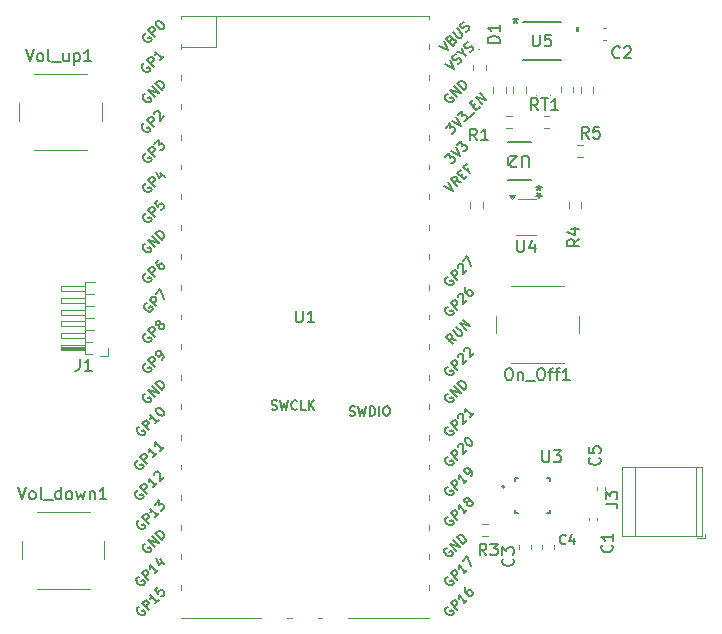
<source format=gbr>
%TF.GenerationSoftware,KiCad,Pcbnew,8.0.6*%
%TF.CreationDate,2024-11-13T18:12:31-06:00*%
%TF.ProjectId,speaker,73706561-6b65-4722-9e6b-696361645f70,rev?*%
%TF.SameCoordinates,Original*%
%TF.FileFunction,Legend,Top*%
%TF.FilePolarity,Positive*%
%FSLAX46Y46*%
G04 Gerber Fmt 4.6, Leading zero omitted, Abs format (unit mm)*
G04 Created by KiCad (PCBNEW 8.0.6) date 2024-11-13 18:12:31*
%MOMM*%
%LPD*%
G01*
G04 APERTURE LIST*
%ADD10C,0.150000*%
%ADD11C,0.120000*%
%ADD12C,0.152400*%
%ADD13C,0.100000*%
%ADD14C,0.000000*%
%ADD15C,0.127000*%
%ADD16C,0.200000*%
G04 APERTURE END LIST*
D10*
X135609580Y-107266666D02*
X135657200Y-107314285D01*
X135657200Y-107314285D02*
X135704819Y-107457142D01*
X135704819Y-107457142D02*
X135704819Y-107552380D01*
X135704819Y-107552380D02*
X135657200Y-107695237D01*
X135657200Y-107695237D02*
X135561961Y-107790475D01*
X135561961Y-107790475D02*
X135466723Y-107838094D01*
X135466723Y-107838094D02*
X135276247Y-107885713D01*
X135276247Y-107885713D02*
X135133390Y-107885713D01*
X135133390Y-107885713D02*
X134942914Y-107838094D01*
X134942914Y-107838094D02*
X134847676Y-107790475D01*
X134847676Y-107790475D02*
X134752438Y-107695237D01*
X134752438Y-107695237D02*
X134704819Y-107552380D01*
X134704819Y-107552380D02*
X134704819Y-107457142D01*
X134704819Y-107457142D02*
X134752438Y-107314285D01*
X134752438Y-107314285D02*
X134800057Y-107266666D01*
X135704819Y-106314285D02*
X135704819Y-106885713D01*
X135704819Y-106599999D02*
X134704819Y-106599999D01*
X134704819Y-106599999D02*
X134847676Y-106695237D01*
X134847676Y-106695237D02*
X134942914Y-106790475D01*
X134942914Y-106790475D02*
X134990533Y-106885713D01*
X128561904Y-75295180D02*
X128561904Y-74485657D01*
X128561904Y-74485657D02*
X128514285Y-74390419D01*
X128514285Y-74390419D02*
X128466666Y-74342800D01*
X128466666Y-74342800D02*
X128371428Y-74295180D01*
X128371428Y-74295180D02*
X128180952Y-74295180D01*
X128180952Y-74295180D02*
X128085714Y-74342800D01*
X128085714Y-74342800D02*
X128038095Y-74390419D01*
X128038095Y-74390419D02*
X127990476Y-74485657D01*
X127990476Y-74485657D02*
X127990476Y-75295180D01*
X127561904Y-75199942D02*
X127514285Y-75247561D01*
X127514285Y-75247561D02*
X127419047Y-75295180D01*
X127419047Y-75295180D02*
X127180952Y-75295180D01*
X127180952Y-75295180D02*
X127085714Y-75247561D01*
X127085714Y-75247561D02*
X127038095Y-75199942D01*
X127038095Y-75199942D02*
X126990476Y-75104704D01*
X126990476Y-75104704D02*
X126990476Y-75009466D01*
X126990476Y-75009466D02*
X127038095Y-74866609D01*
X127038095Y-74866609D02*
X127609523Y-74295180D01*
X127609523Y-74295180D02*
X126990476Y-74295180D01*
X129419249Y-77896180D02*
X129419249Y-77658085D01*
X129657344Y-77753323D02*
X129419249Y-77658085D01*
X129419249Y-77658085D02*
X129181154Y-77753323D01*
X129562106Y-77467609D02*
X129419249Y-77658085D01*
X129419249Y-77658085D02*
X129276392Y-77467609D01*
X129419250Y-76805819D02*
X129419250Y-77043914D01*
X129181155Y-76948676D02*
X129419250Y-77043914D01*
X129419250Y-77043914D02*
X129657345Y-76948676D01*
X129276393Y-77234390D02*
X129419250Y-77043914D01*
X129419250Y-77043914D02*
X129562107Y-77234390D01*
X133633333Y-72854819D02*
X133300000Y-72378628D01*
X133061905Y-72854819D02*
X133061905Y-71854819D01*
X133061905Y-71854819D02*
X133442857Y-71854819D01*
X133442857Y-71854819D02*
X133538095Y-71902438D01*
X133538095Y-71902438D02*
X133585714Y-71950057D01*
X133585714Y-71950057D02*
X133633333Y-72045295D01*
X133633333Y-72045295D02*
X133633333Y-72188152D01*
X133633333Y-72188152D02*
X133585714Y-72283390D01*
X133585714Y-72283390D02*
X133538095Y-72331009D01*
X133538095Y-72331009D02*
X133442857Y-72378628D01*
X133442857Y-72378628D02*
X133061905Y-72378628D01*
X134538095Y-71854819D02*
X134061905Y-71854819D01*
X134061905Y-71854819D02*
X134014286Y-72331009D01*
X134014286Y-72331009D02*
X134061905Y-72283390D01*
X134061905Y-72283390D02*
X134157143Y-72235771D01*
X134157143Y-72235771D02*
X134395238Y-72235771D01*
X134395238Y-72235771D02*
X134490476Y-72283390D01*
X134490476Y-72283390D02*
X134538095Y-72331009D01*
X134538095Y-72331009D02*
X134585714Y-72426247D01*
X134585714Y-72426247D02*
X134585714Y-72664342D01*
X134585714Y-72664342D02*
X134538095Y-72759580D01*
X134538095Y-72759580D02*
X134490476Y-72807200D01*
X134490476Y-72807200D02*
X134395238Y-72854819D01*
X134395238Y-72854819D02*
X134157143Y-72854819D01*
X134157143Y-72854819D02*
X134061905Y-72807200D01*
X134061905Y-72807200D02*
X134014286Y-72759580D01*
X134559580Y-99866666D02*
X134607200Y-99914285D01*
X134607200Y-99914285D02*
X134654819Y-100057142D01*
X134654819Y-100057142D02*
X134654819Y-100152380D01*
X134654819Y-100152380D02*
X134607200Y-100295237D01*
X134607200Y-100295237D02*
X134511961Y-100390475D01*
X134511961Y-100390475D02*
X134416723Y-100438094D01*
X134416723Y-100438094D02*
X134226247Y-100485713D01*
X134226247Y-100485713D02*
X134083390Y-100485713D01*
X134083390Y-100485713D02*
X133892914Y-100438094D01*
X133892914Y-100438094D02*
X133797676Y-100390475D01*
X133797676Y-100390475D02*
X133702438Y-100295237D01*
X133702438Y-100295237D02*
X133654819Y-100152380D01*
X133654819Y-100152380D02*
X133654819Y-100057142D01*
X133654819Y-100057142D02*
X133702438Y-99914285D01*
X133702438Y-99914285D02*
X133750057Y-99866666D01*
X133654819Y-98961904D02*
X133654819Y-99438094D01*
X133654819Y-99438094D02*
X134131009Y-99485713D01*
X134131009Y-99485713D02*
X134083390Y-99438094D01*
X134083390Y-99438094D02*
X134035771Y-99342856D01*
X134035771Y-99342856D02*
X134035771Y-99104761D01*
X134035771Y-99104761D02*
X134083390Y-99009523D01*
X134083390Y-99009523D02*
X134131009Y-98961904D01*
X134131009Y-98961904D02*
X134226247Y-98914285D01*
X134226247Y-98914285D02*
X134464342Y-98914285D01*
X134464342Y-98914285D02*
X134559580Y-98961904D01*
X134559580Y-98961904D02*
X134607200Y-99009523D01*
X134607200Y-99009523D02*
X134654819Y-99104761D01*
X134654819Y-99104761D02*
X134654819Y-99342856D01*
X134654819Y-99342856D02*
X134607200Y-99438094D01*
X134607200Y-99438094D02*
X134559580Y-99485713D01*
X124986333Y-108146019D02*
X124653000Y-107669828D01*
X124414905Y-108146019D02*
X124414905Y-107146019D01*
X124414905Y-107146019D02*
X124795857Y-107146019D01*
X124795857Y-107146019D02*
X124891095Y-107193638D01*
X124891095Y-107193638D02*
X124938714Y-107241257D01*
X124938714Y-107241257D02*
X124986333Y-107336495D01*
X124986333Y-107336495D02*
X124986333Y-107479352D01*
X124986333Y-107479352D02*
X124938714Y-107574590D01*
X124938714Y-107574590D02*
X124891095Y-107622209D01*
X124891095Y-107622209D02*
X124795857Y-107669828D01*
X124795857Y-107669828D02*
X124414905Y-107669828D01*
X125319667Y-107146019D02*
X125938714Y-107146019D01*
X125938714Y-107146019D02*
X125605381Y-107526971D01*
X125605381Y-107526971D02*
X125748238Y-107526971D01*
X125748238Y-107526971D02*
X125843476Y-107574590D01*
X125843476Y-107574590D02*
X125891095Y-107622209D01*
X125891095Y-107622209D02*
X125938714Y-107717447D01*
X125938714Y-107717447D02*
X125938714Y-107955542D01*
X125938714Y-107955542D02*
X125891095Y-108050780D01*
X125891095Y-108050780D02*
X125843476Y-108098400D01*
X125843476Y-108098400D02*
X125748238Y-108146019D01*
X125748238Y-108146019D02*
X125462524Y-108146019D01*
X125462524Y-108146019D02*
X125367286Y-108098400D01*
X125367286Y-108098400D02*
X125319667Y-108050780D01*
X108848095Y-87414819D02*
X108848095Y-88224342D01*
X108848095Y-88224342D02*
X108895714Y-88319580D01*
X108895714Y-88319580D02*
X108943333Y-88367200D01*
X108943333Y-88367200D02*
X109038571Y-88414819D01*
X109038571Y-88414819D02*
X109229047Y-88414819D01*
X109229047Y-88414819D02*
X109324285Y-88367200D01*
X109324285Y-88367200D02*
X109371904Y-88319580D01*
X109371904Y-88319580D02*
X109419523Y-88224342D01*
X109419523Y-88224342D02*
X109419523Y-87414819D01*
X110419523Y-88414819D02*
X109848095Y-88414819D01*
X110133809Y-88414819D02*
X110133809Y-87414819D01*
X110133809Y-87414819D02*
X110038571Y-87557676D01*
X110038571Y-87557676D02*
X109943333Y-87652914D01*
X109943333Y-87652914D02*
X109848095Y-87700533D01*
X121696435Y-94458431D02*
X121615623Y-94485368D01*
X121615623Y-94485368D02*
X121534811Y-94566180D01*
X121534811Y-94566180D02*
X121480936Y-94673930D01*
X121480936Y-94673930D02*
X121480936Y-94781680D01*
X121480936Y-94781680D02*
X121507873Y-94862492D01*
X121507873Y-94862492D02*
X121588685Y-94997179D01*
X121588685Y-94997179D02*
X121669498Y-95077991D01*
X121669498Y-95077991D02*
X121804185Y-95158803D01*
X121804185Y-95158803D02*
X121884997Y-95185741D01*
X121884997Y-95185741D02*
X121992746Y-95185741D01*
X121992746Y-95185741D02*
X122100496Y-95131866D01*
X122100496Y-95131866D02*
X122154371Y-95077991D01*
X122154371Y-95077991D02*
X122208246Y-94970241D01*
X122208246Y-94970241D02*
X122208246Y-94916367D01*
X122208246Y-94916367D02*
X122019684Y-94727805D01*
X122019684Y-94727805D02*
X121911934Y-94835554D01*
X122504557Y-94727805D02*
X121938872Y-94162119D01*
X121938872Y-94162119D02*
X122827806Y-94404556D01*
X122827806Y-94404556D02*
X122262120Y-93838871D01*
X123097180Y-94135182D02*
X122531494Y-93569497D01*
X122531494Y-93569497D02*
X122666181Y-93434810D01*
X122666181Y-93434810D02*
X122773931Y-93380935D01*
X122773931Y-93380935D02*
X122881680Y-93380935D01*
X122881680Y-93380935D02*
X122962493Y-93407872D01*
X122962493Y-93407872D02*
X123097180Y-93488685D01*
X123097180Y-93488685D02*
X123177992Y-93569497D01*
X123177992Y-93569497D02*
X123258804Y-93704184D01*
X123258804Y-93704184D02*
X123285741Y-93784996D01*
X123285741Y-93784996D02*
X123285741Y-93892746D01*
X123285741Y-93892746D02*
X123231867Y-94000495D01*
X123231867Y-94000495D02*
X123097180Y-94135182D01*
X96023372Y-66481494D02*
X95942560Y-66508431D01*
X95942560Y-66508431D02*
X95861748Y-66589243D01*
X95861748Y-66589243D02*
X95807873Y-66696993D01*
X95807873Y-66696993D02*
X95807873Y-66804742D01*
X95807873Y-66804742D02*
X95834810Y-66885555D01*
X95834810Y-66885555D02*
X95915623Y-67020242D01*
X95915623Y-67020242D02*
X95996435Y-67101054D01*
X95996435Y-67101054D02*
X96131122Y-67181866D01*
X96131122Y-67181866D02*
X96211934Y-67208803D01*
X96211934Y-67208803D02*
X96319684Y-67208803D01*
X96319684Y-67208803D02*
X96427433Y-67154929D01*
X96427433Y-67154929D02*
X96481308Y-67101054D01*
X96481308Y-67101054D02*
X96535183Y-66993304D01*
X96535183Y-66993304D02*
X96535183Y-66939429D01*
X96535183Y-66939429D02*
X96346621Y-66750868D01*
X96346621Y-66750868D02*
X96238871Y-66858617D01*
X96831494Y-66750868D02*
X96265809Y-66185182D01*
X96265809Y-66185182D02*
X96481308Y-65969683D01*
X96481308Y-65969683D02*
X96562120Y-65942746D01*
X96562120Y-65942746D02*
X96615995Y-65942746D01*
X96615995Y-65942746D02*
X96696807Y-65969683D01*
X96696807Y-65969683D02*
X96777619Y-66050495D01*
X96777619Y-66050495D02*
X96804557Y-66131307D01*
X96804557Y-66131307D02*
X96804557Y-66185182D01*
X96804557Y-66185182D02*
X96777619Y-66265994D01*
X96777619Y-66265994D02*
X96562120Y-66481494D01*
X97693491Y-65888871D02*
X97370242Y-66212120D01*
X97531867Y-66050495D02*
X96966181Y-65484810D01*
X96966181Y-65484810D02*
X96993119Y-65619497D01*
X96993119Y-65619497D02*
X96993119Y-65727246D01*
X96993119Y-65727246D02*
X96966181Y-65808059D01*
X96123372Y-76651494D02*
X96042560Y-76678431D01*
X96042560Y-76678431D02*
X95961748Y-76759243D01*
X95961748Y-76759243D02*
X95907873Y-76866993D01*
X95907873Y-76866993D02*
X95907873Y-76974742D01*
X95907873Y-76974742D02*
X95934810Y-77055555D01*
X95934810Y-77055555D02*
X96015623Y-77190242D01*
X96015623Y-77190242D02*
X96096435Y-77271054D01*
X96096435Y-77271054D02*
X96231122Y-77351866D01*
X96231122Y-77351866D02*
X96311934Y-77378803D01*
X96311934Y-77378803D02*
X96419684Y-77378803D01*
X96419684Y-77378803D02*
X96527433Y-77324929D01*
X96527433Y-77324929D02*
X96581308Y-77271054D01*
X96581308Y-77271054D02*
X96635183Y-77163304D01*
X96635183Y-77163304D02*
X96635183Y-77109429D01*
X96635183Y-77109429D02*
X96446621Y-76920868D01*
X96446621Y-76920868D02*
X96338871Y-77028617D01*
X96931494Y-76920868D02*
X96365809Y-76355182D01*
X96365809Y-76355182D02*
X96581308Y-76139683D01*
X96581308Y-76139683D02*
X96662120Y-76112746D01*
X96662120Y-76112746D02*
X96715995Y-76112746D01*
X96715995Y-76112746D02*
X96796807Y-76139683D01*
X96796807Y-76139683D02*
X96877619Y-76220495D01*
X96877619Y-76220495D02*
X96904557Y-76301307D01*
X96904557Y-76301307D02*
X96904557Y-76355182D01*
X96904557Y-76355182D02*
X96877619Y-76435994D01*
X96877619Y-76435994D02*
X96662120Y-76651494D01*
X97362493Y-75735622D02*
X97739616Y-76112746D01*
X97012306Y-75654810D02*
X97281680Y-76193558D01*
X97281680Y-76193558D02*
X97631867Y-75843372D01*
X96123372Y-63951494D02*
X96042560Y-63978431D01*
X96042560Y-63978431D02*
X95961748Y-64059243D01*
X95961748Y-64059243D02*
X95907873Y-64166993D01*
X95907873Y-64166993D02*
X95907873Y-64274742D01*
X95907873Y-64274742D02*
X95934810Y-64355555D01*
X95934810Y-64355555D02*
X96015623Y-64490242D01*
X96015623Y-64490242D02*
X96096435Y-64571054D01*
X96096435Y-64571054D02*
X96231122Y-64651866D01*
X96231122Y-64651866D02*
X96311934Y-64678803D01*
X96311934Y-64678803D02*
X96419684Y-64678803D01*
X96419684Y-64678803D02*
X96527433Y-64624929D01*
X96527433Y-64624929D02*
X96581308Y-64571054D01*
X96581308Y-64571054D02*
X96635183Y-64463304D01*
X96635183Y-64463304D02*
X96635183Y-64409429D01*
X96635183Y-64409429D02*
X96446621Y-64220868D01*
X96446621Y-64220868D02*
X96338871Y-64328617D01*
X96931494Y-64220868D02*
X96365809Y-63655182D01*
X96365809Y-63655182D02*
X96581308Y-63439683D01*
X96581308Y-63439683D02*
X96662120Y-63412746D01*
X96662120Y-63412746D02*
X96715995Y-63412746D01*
X96715995Y-63412746D02*
X96796807Y-63439683D01*
X96796807Y-63439683D02*
X96877619Y-63520495D01*
X96877619Y-63520495D02*
X96904557Y-63601307D01*
X96904557Y-63601307D02*
X96904557Y-63655182D01*
X96904557Y-63655182D02*
X96877619Y-63735994D01*
X96877619Y-63735994D02*
X96662120Y-63951494D01*
X97039244Y-62981747D02*
X97093119Y-62927872D01*
X97093119Y-62927872D02*
X97173931Y-62900935D01*
X97173931Y-62900935D02*
X97227806Y-62900935D01*
X97227806Y-62900935D02*
X97308618Y-62927872D01*
X97308618Y-62927872D02*
X97443305Y-63008685D01*
X97443305Y-63008685D02*
X97577992Y-63143372D01*
X97577992Y-63143372D02*
X97658804Y-63278059D01*
X97658804Y-63278059D02*
X97685741Y-63358871D01*
X97685741Y-63358871D02*
X97685741Y-63412746D01*
X97685741Y-63412746D02*
X97658804Y-63493558D01*
X97658804Y-63493558D02*
X97604929Y-63547433D01*
X97604929Y-63547433D02*
X97524117Y-63574370D01*
X97524117Y-63574370D02*
X97470242Y-63574370D01*
X97470242Y-63574370D02*
X97389430Y-63547433D01*
X97389430Y-63547433D02*
X97254743Y-63466620D01*
X97254743Y-63466620D02*
X97120056Y-63331933D01*
X97120056Y-63331933D02*
X97039244Y-63197246D01*
X97039244Y-63197246D02*
X97012306Y-63116434D01*
X97012306Y-63116434D02*
X97012306Y-63062559D01*
X97012306Y-63062559D02*
X97039244Y-62981747D01*
X96096435Y-81758431D02*
X96015623Y-81785368D01*
X96015623Y-81785368D02*
X95934811Y-81866180D01*
X95934811Y-81866180D02*
X95880936Y-81973930D01*
X95880936Y-81973930D02*
X95880936Y-82081680D01*
X95880936Y-82081680D02*
X95907873Y-82162492D01*
X95907873Y-82162492D02*
X95988685Y-82297179D01*
X95988685Y-82297179D02*
X96069498Y-82377991D01*
X96069498Y-82377991D02*
X96204185Y-82458803D01*
X96204185Y-82458803D02*
X96284997Y-82485741D01*
X96284997Y-82485741D02*
X96392746Y-82485741D01*
X96392746Y-82485741D02*
X96500496Y-82431866D01*
X96500496Y-82431866D02*
X96554371Y-82377991D01*
X96554371Y-82377991D02*
X96608246Y-82270241D01*
X96608246Y-82270241D02*
X96608246Y-82216367D01*
X96608246Y-82216367D02*
X96419684Y-82027805D01*
X96419684Y-82027805D02*
X96311934Y-82135554D01*
X96904557Y-82027805D02*
X96338872Y-81462119D01*
X96338872Y-81462119D02*
X97227806Y-81704556D01*
X97227806Y-81704556D02*
X96662120Y-81138871D01*
X97497180Y-81435182D02*
X96931494Y-80869497D01*
X96931494Y-80869497D02*
X97066181Y-80734810D01*
X97066181Y-80734810D02*
X97173931Y-80680935D01*
X97173931Y-80680935D02*
X97281680Y-80680935D01*
X97281680Y-80680935D02*
X97362493Y-80707872D01*
X97362493Y-80707872D02*
X97497180Y-80788685D01*
X97497180Y-80788685D02*
X97577992Y-80869497D01*
X97577992Y-80869497D02*
X97658804Y-81004184D01*
X97658804Y-81004184D02*
X97685741Y-81084996D01*
X97685741Y-81084996D02*
X97685741Y-81192746D01*
X97685741Y-81192746D02*
X97631867Y-81300495D01*
X97631867Y-81300495D02*
X97497180Y-81435182D01*
X95453998Y-100103368D02*
X95373185Y-100130305D01*
X95373185Y-100130305D02*
X95292373Y-100211118D01*
X95292373Y-100211118D02*
X95238498Y-100318867D01*
X95238498Y-100318867D02*
X95238498Y-100426617D01*
X95238498Y-100426617D02*
X95265436Y-100507429D01*
X95265436Y-100507429D02*
X95346248Y-100642116D01*
X95346248Y-100642116D02*
X95427060Y-100722928D01*
X95427060Y-100722928D02*
X95561747Y-100803741D01*
X95561747Y-100803741D02*
X95642560Y-100830678D01*
X95642560Y-100830678D02*
X95750309Y-100830678D01*
X95750309Y-100830678D02*
X95858059Y-100776803D01*
X95858059Y-100776803D02*
X95911934Y-100722928D01*
X95911934Y-100722928D02*
X95965808Y-100615179D01*
X95965808Y-100615179D02*
X95965808Y-100561304D01*
X95965808Y-100561304D02*
X95777247Y-100372742D01*
X95777247Y-100372742D02*
X95669497Y-100480492D01*
X96262120Y-100372742D02*
X95696434Y-99807057D01*
X95696434Y-99807057D02*
X95911934Y-99591557D01*
X95911934Y-99591557D02*
X95992746Y-99564620D01*
X95992746Y-99564620D02*
X96046621Y-99564620D01*
X96046621Y-99564620D02*
X96127433Y-99591557D01*
X96127433Y-99591557D02*
X96208245Y-99672370D01*
X96208245Y-99672370D02*
X96235182Y-99753182D01*
X96235182Y-99753182D02*
X96235182Y-99807057D01*
X96235182Y-99807057D02*
X96208245Y-99887869D01*
X96208245Y-99887869D02*
X95992746Y-100103368D01*
X97124117Y-99510745D02*
X96800868Y-99833994D01*
X96962492Y-99672370D02*
X96396807Y-99106684D01*
X96396807Y-99106684D02*
X96423744Y-99241371D01*
X96423744Y-99241371D02*
X96423744Y-99349121D01*
X96423744Y-99349121D02*
X96396807Y-99429933D01*
X97662865Y-98971997D02*
X97339616Y-99295246D01*
X97501240Y-99133621D02*
X96935555Y-98567936D01*
X96935555Y-98567936D02*
X96962492Y-98702623D01*
X96962492Y-98702623D02*
X96962492Y-98810373D01*
X96962492Y-98810373D02*
X96935555Y-98891185D01*
X121707998Y-92160868D02*
X121627185Y-92187805D01*
X121627185Y-92187805D02*
X121546373Y-92268618D01*
X121546373Y-92268618D02*
X121492498Y-92376367D01*
X121492498Y-92376367D02*
X121492498Y-92484117D01*
X121492498Y-92484117D02*
X121519436Y-92564929D01*
X121519436Y-92564929D02*
X121600248Y-92699616D01*
X121600248Y-92699616D02*
X121681060Y-92780428D01*
X121681060Y-92780428D02*
X121815747Y-92861241D01*
X121815747Y-92861241D02*
X121896560Y-92888178D01*
X121896560Y-92888178D02*
X122004309Y-92888178D01*
X122004309Y-92888178D02*
X122112059Y-92834303D01*
X122112059Y-92834303D02*
X122165934Y-92780428D01*
X122165934Y-92780428D02*
X122219808Y-92672679D01*
X122219808Y-92672679D02*
X122219808Y-92618804D01*
X122219808Y-92618804D02*
X122031247Y-92430242D01*
X122031247Y-92430242D02*
X121923497Y-92537992D01*
X122516120Y-92430242D02*
X121950434Y-91864557D01*
X121950434Y-91864557D02*
X122165934Y-91649057D01*
X122165934Y-91649057D02*
X122246746Y-91622120D01*
X122246746Y-91622120D02*
X122300621Y-91622120D01*
X122300621Y-91622120D02*
X122381433Y-91649057D01*
X122381433Y-91649057D02*
X122462245Y-91729870D01*
X122462245Y-91729870D02*
X122489182Y-91810682D01*
X122489182Y-91810682D02*
X122489182Y-91864557D01*
X122489182Y-91864557D02*
X122462245Y-91945369D01*
X122462245Y-91945369D02*
X122246746Y-92160868D01*
X122543057Y-91379683D02*
X122543057Y-91325809D01*
X122543057Y-91325809D02*
X122569995Y-91244996D01*
X122569995Y-91244996D02*
X122704682Y-91110309D01*
X122704682Y-91110309D02*
X122785494Y-91083372D01*
X122785494Y-91083372D02*
X122839369Y-91083372D01*
X122839369Y-91083372D02*
X122920181Y-91110309D01*
X122920181Y-91110309D02*
X122974056Y-91164184D01*
X122974056Y-91164184D02*
X123027930Y-91271934D01*
X123027930Y-91271934D02*
X123027930Y-91918431D01*
X123027930Y-91918431D02*
X123378117Y-91568245D01*
X123081805Y-90840935D02*
X123081805Y-90787060D01*
X123081805Y-90787060D02*
X123108743Y-90706248D01*
X123108743Y-90706248D02*
X123243430Y-90571561D01*
X123243430Y-90571561D02*
X123324242Y-90544624D01*
X123324242Y-90544624D02*
X123378117Y-90544624D01*
X123378117Y-90544624D02*
X123458929Y-90571561D01*
X123458929Y-90571561D02*
X123512804Y-90625436D01*
X123512804Y-90625436D02*
X123566679Y-90733186D01*
X123566679Y-90733186D02*
X123566679Y-91379683D01*
X123566679Y-91379683D02*
X123916865Y-91029497D01*
X121707998Y-84550868D02*
X121627185Y-84577805D01*
X121627185Y-84577805D02*
X121546373Y-84658618D01*
X121546373Y-84658618D02*
X121492498Y-84766367D01*
X121492498Y-84766367D02*
X121492498Y-84874117D01*
X121492498Y-84874117D02*
X121519436Y-84954929D01*
X121519436Y-84954929D02*
X121600248Y-85089616D01*
X121600248Y-85089616D02*
X121681060Y-85170428D01*
X121681060Y-85170428D02*
X121815747Y-85251241D01*
X121815747Y-85251241D02*
X121896560Y-85278178D01*
X121896560Y-85278178D02*
X122004309Y-85278178D01*
X122004309Y-85278178D02*
X122112059Y-85224303D01*
X122112059Y-85224303D02*
X122165934Y-85170428D01*
X122165934Y-85170428D02*
X122219808Y-85062679D01*
X122219808Y-85062679D02*
X122219808Y-85008804D01*
X122219808Y-85008804D02*
X122031247Y-84820242D01*
X122031247Y-84820242D02*
X121923497Y-84927992D01*
X122516120Y-84820242D02*
X121950434Y-84254557D01*
X121950434Y-84254557D02*
X122165934Y-84039057D01*
X122165934Y-84039057D02*
X122246746Y-84012120D01*
X122246746Y-84012120D02*
X122300621Y-84012120D01*
X122300621Y-84012120D02*
X122381433Y-84039057D01*
X122381433Y-84039057D02*
X122462245Y-84119870D01*
X122462245Y-84119870D02*
X122489182Y-84200682D01*
X122489182Y-84200682D02*
X122489182Y-84254557D01*
X122489182Y-84254557D02*
X122462245Y-84335369D01*
X122462245Y-84335369D02*
X122246746Y-84550868D01*
X122543057Y-83769683D02*
X122543057Y-83715809D01*
X122543057Y-83715809D02*
X122569995Y-83634996D01*
X122569995Y-83634996D02*
X122704682Y-83500309D01*
X122704682Y-83500309D02*
X122785494Y-83473372D01*
X122785494Y-83473372D02*
X122839369Y-83473372D01*
X122839369Y-83473372D02*
X122920181Y-83500309D01*
X122920181Y-83500309D02*
X122974056Y-83554184D01*
X122974056Y-83554184D02*
X123027930Y-83661934D01*
X123027930Y-83661934D02*
X123027930Y-84308431D01*
X123027930Y-84308431D02*
X123378117Y-83958245D01*
X123000993Y-83203998D02*
X123378117Y-82826874D01*
X123378117Y-82826874D02*
X123701366Y-83634996D01*
X95599998Y-105183368D02*
X95519185Y-105210305D01*
X95519185Y-105210305D02*
X95438373Y-105291118D01*
X95438373Y-105291118D02*
X95384498Y-105398867D01*
X95384498Y-105398867D02*
X95384498Y-105506617D01*
X95384498Y-105506617D02*
X95411436Y-105587429D01*
X95411436Y-105587429D02*
X95492248Y-105722116D01*
X95492248Y-105722116D02*
X95573060Y-105802928D01*
X95573060Y-105802928D02*
X95707747Y-105883741D01*
X95707747Y-105883741D02*
X95788560Y-105910678D01*
X95788560Y-105910678D02*
X95896309Y-105910678D01*
X95896309Y-105910678D02*
X96004059Y-105856803D01*
X96004059Y-105856803D02*
X96057934Y-105802928D01*
X96057934Y-105802928D02*
X96111808Y-105695179D01*
X96111808Y-105695179D02*
X96111808Y-105641304D01*
X96111808Y-105641304D02*
X95923247Y-105452742D01*
X95923247Y-105452742D02*
X95815497Y-105560492D01*
X96408120Y-105452742D02*
X95842434Y-104887057D01*
X95842434Y-104887057D02*
X96057934Y-104671557D01*
X96057934Y-104671557D02*
X96138746Y-104644620D01*
X96138746Y-104644620D02*
X96192621Y-104644620D01*
X96192621Y-104644620D02*
X96273433Y-104671557D01*
X96273433Y-104671557D02*
X96354245Y-104752370D01*
X96354245Y-104752370D02*
X96381182Y-104833182D01*
X96381182Y-104833182D02*
X96381182Y-104887057D01*
X96381182Y-104887057D02*
X96354245Y-104967869D01*
X96354245Y-104967869D02*
X96138746Y-105183368D01*
X97270117Y-104590745D02*
X96946868Y-104913994D01*
X97108492Y-104752370D02*
X96542807Y-104186684D01*
X96542807Y-104186684D02*
X96569744Y-104321371D01*
X96569744Y-104321371D02*
X96569744Y-104429121D01*
X96569744Y-104429121D02*
X96542807Y-104509933D01*
X96892993Y-103836498D02*
X97243179Y-103486312D01*
X97243179Y-103486312D02*
X97270117Y-103890373D01*
X97270117Y-103890373D02*
X97350929Y-103809560D01*
X97350929Y-103809560D02*
X97431741Y-103782623D01*
X97431741Y-103782623D02*
X97485616Y-103782623D01*
X97485616Y-103782623D02*
X97566428Y-103809560D01*
X97566428Y-103809560D02*
X97701115Y-103944247D01*
X97701115Y-103944247D02*
X97728053Y-104025060D01*
X97728053Y-104025060D02*
X97728053Y-104078934D01*
X97728053Y-104078934D02*
X97701115Y-104159747D01*
X97701115Y-104159747D02*
X97539491Y-104321371D01*
X97539491Y-104321371D02*
X97458679Y-104348308D01*
X97458679Y-104348308D02*
X97404804Y-104348308D01*
X96096435Y-94458431D02*
X96015623Y-94485368D01*
X96015623Y-94485368D02*
X95934811Y-94566180D01*
X95934811Y-94566180D02*
X95880936Y-94673930D01*
X95880936Y-94673930D02*
X95880936Y-94781680D01*
X95880936Y-94781680D02*
X95907873Y-94862492D01*
X95907873Y-94862492D02*
X95988685Y-94997179D01*
X95988685Y-94997179D02*
X96069498Y-95077991D01*
X96069498Y-95077991D02*
X96204185Y-95158803D01*
X96204185Y-95158803D02*
X96284997Y-95185741D01*
X96284997Y-95185741D02*
X96392746Y-95185741D01*
X96392746Y-95185741D02*
X96500496Y-95131866D01*
X96500496Y-95131866D02*
X96554371Y-95077991D01*
X96554371Y-95077991D02*
X96608246Y-94970241D01*
X96608246Y-94970241D02*
X96608246Y-94916367D01*
X96608246Y-94916367D02*
X96419684Y-94727805D01*
X96419684Y-94727805D02*
X96311934Y-94835554D01*
X96904557Y-94727805D02*
X96338872Y-94162119D01*
X96338872Y-94162119D02*
X97227806Y-94404556D01*
X97227806Y-94404556D02*
X96662120Y-93838871D01*
X97497180Y-94135182D02*
X96931494Y-93569497D01*
X96931494Y-93569497D02*
X97066181Y-93434810D01*
X97066181Y-93434810D02*
X97173931Y-93380935D01*
X97173931Y-93380935D02*
X97281680Y-93380935D01*
X97281680Y-93380935D02*
X97362493Y-93407872D01*
X97362493Y-93407872D02*
X97497180Y-93488685D01*
X97497180Y-93488685D02*
X97577992Y-93569497D01*
X97577992Y-93569497D02*
X97658804Y-93704184D01*
X97658804Y-93704184D02*
X97685741Y-93784996D01*
X97685741Y-93784996D02*
X97685741Y-93892746D01*
X97685741Y-93892746D02*
X97631867Y-94000495D01*
X97631867Y-94000495D02*
X97497180Y-94135182D01*
X96223372Y-86781494D02*
X96142560Y-86808431D01*
X96142560Y-86808431D02*
X96061748Y-86889243D01*
X96061748Y-86889243D02*
X96007873Y-86996993D01*
X96007873Y-86996993D02*
X96007873Y-87104742D01*
X96007873Y-87104742D02*
X96034810Y-87185555D01*
X96034810Y-87185555D02*
X96115623Y-87320242D01*
X96115623Y-87320242D02*
X96196435Y-87401054D01*
X96196435Y-87401054D02*
X96331122Y-87481866D01*
X96331122Y-87481866D02*
X96411934Y-87508803D01*
X96411934Y-87508803D02*
X96519684Y-87508803D01*
X96519684Y-87508803D02*
X96627433Y-87454929D01*
X96627433Y-87454929D02*
X96681308Y-87401054D01*
X96681308Y-87401054D02*
X96735183Y-87293304D01*
X96735183Y-87293304D02*
X96735183Y-87239429D01*
X96735183Y-87239429D02*
X96546621Y-87050868D01*
X96546621Y-87050868D02*
X96438871Y-87158617D01*
X97031494Y-87050868D02*
X96465809Y-86485182D01*
X96465809Y-86485182D02*
X96681308Y-86269683D01*
X96681308Y-86269683D02*
X96762120Y-86242746D01*
X96762120Y-86242746D02*
X96815995Y-86242746D01*
X96815995Y-86242746D02*
X96896807Y-86269683D01*
X96896807Y-86269683D02*
X96977619Y-86350495D01*
X96977619Y-86350495D02*
X97004557Y-86431307D01*
X97004557Y-86431307D02*
X97004557Y-86485182D01*
X97004557Y-86485182D02*
X96977619Y-86565994D01*
X96977619Y-86565994D02*
X96762120Y-86781494D01*
X96977619Y-85973372D02*
X97354743Y-85596248D01*
X97354743Y-85596248D02*
X97677992Y-86404370D01*
X96123372Y-79191494D02*
X96042560Y-79218431D01*
X96042560Y-79218431D02*
X95961748Y-79299243D01*
X95961748Y-79299243D02*
X95907873Y-79406993D01*
X95907873Y-79406993D02*
X95907873Y-79514742D01*
X95907873Y-79514742D02*
X95934810Y-79595555D01*
X95934810Y-79595555D02*
X96015623Y-79730242D01*
X96015623Y-79730242D02*
X96096435Y-79811054D01*
X96096435Y-79811054D02*
X96231122Y-79891866D01*
X96231122Y-79891866D02*
X96311934Y-79918803D01*
X96311934Y-79918803D02*
X96419684Y-79918803D01*
X96419684Y-79918803D02*
X96527433Y-79864929D01*
X96527433Y-79864929D02*
X96581308Y-79811054D01*
X96581308Y-79811054D02*
X96635183Y-79703304D01*
X96635183Y-79703304D02*
X96635183Y-79649429D01*
X96635183Y-79649429D02*
X96446621Y-79460868D01*
X96446621Y-79460868D02*
X96338871Y-79568617D01*
X96931494Y-79460868D02*
X96365809Y-78895182D01*
X96365809Y-78895182D02*
X96581308Y-78679683D01*
X96581308Y-78679683D02*
X96662120Y-78652746D01*
X96662120Y-78652746D02*
X96715995Y-78652746D01*
X96715995Y-78652746D02*
X96796807Y-78679683D01*
X96796807Y-78679683D02*
X96877619Y-78760495D01*
X96877619Y-78760495D02*
X96904557Y-78841307D01*
X96904557Y-78841307D02*
X96904557Y-78895182D01*
X96904557Y-78895182D02*
X96877619Y-78975994D01*
X96877619Y-78975994D02*
X96662120Y-79191494D01*
X97200868Y-78060123D02*
X96931494Y-78329497D01*
X96931494Y-78329497D02*
X97173931Y-78625808D01*
X97173931Y-78625808D02*
X97173931Y-78571933D01*
X97173931Y-78571933D02*
X97200868Y-78491121D01*
X97200868Y-78491121D02*
X97335555Y-78356434D01*
X97335555Y-78356434D02*
X97416367Y-78329497D01*
X97416367Y-78329497D02*
X97470242Y-78329497D01*
X97470242Y-78329497D02*
X97551054Y-78356434D01*
X97551054Y-78356434D02*
X97685741Y-78491121D01*
X97685741Y-78491121D02*
X97712679Y-78571933D01*
X97712679Y-78571933D02*
X97712679Y-78625808D01*
X97712679Y-78625808D02*
X97685741Y-78706620D01*
X97685741Y-78706620D02*
X97551054Y-78841307D01*
X97551054Y-78841307D02*
X97470242Y-78868245D01*
X97470242Y-78868245D02*
X97416367Y-78868245D01*
X96023372Y-71571494D02*
X95942560Y-71598431D01*
X95942560Y-71598431D02*
X95861748Y-71679243D01*
X95861748Y-71679243D02*
X95807873Y-71786993D01*
X95807873Y-71786993D02*
X95807873Y-71894742D01*
X95807873Y-71894742D02*
X95834810Y-71975555D01*
X95834810Y-71975555D02*
X95915623Y-72110242D01*
X95915623Y-72110242D02*
X95996435Y-72191054D01*
X95996435Y-72191054D02*
X96131122Y-72271866D01*
X96131122Y-72271866D02*
X96211934Y-72298803D01*
X96211934Y-72298803D02*
X96319684Y-72298803D01*
X96319684Y-72298803D02*
X96427433Y-72244929D01*
X96427433Y-72244929D02*
X96481308Y-72191054D01*
X96481308Y-72191054D02*
X96535183Y-72083304D01*
X96535183Y-72083304D02*
X96535183Y-72029429D01*
X96535183Y-72029429D02*
X96346621Y-71840868D01*
X96346621Y-71840868D02*
X96238871Y-71948617D01*
X96831494Y-71840868D02*
X96265809Y-71275182D01*
X96265809Y-71275182D02*
X96481308Y-71059683D01*
X96481308Y-71059683D02*
X96562120Y-71032746D01*
X96562120Y-71032746D02*
X96615995Y-71032746D01*
X96615995Y-71032746D02*
X96696807Y-71059683D01*
X96696807Y-71059683D02*
X96777619Y-71140495D01*
X96777619Y-71140495D02*
X96804557Y-71221307D01*
X96804557Y-71221307D02*
X96804557Y-71275182D01*
X96804557Y-71275182D02*
X96777619Y-71355994D01*
X96777619Y-71355994D02*
X96562120Y-71571494D01*
X96858432Y-70790309D02*
X96858432Y-70736434D01*
X96858432Y-70736434D02*
X96885369Y-70655622D01*
X96885369Y-70655622D02*
X97020056Y-70520935D01*
X97020056Y-70520935D02*
X97100868Y-70493998D01*
X97100868Y-70493998D02*
X97154743Y-70493998D01*
X97154743Y-70493998D02*
X97235555Y-70520935D01*
X97235555Y-70520935D02*
X97289430Y-70574810D01*
X97289430Y-70574810D02*
X97343305Y-70682559D01*
X97343305Y-70682559D02*
X97343305Y-71329057D01*
X97343305Y-71329057D02*
X97693491Y-70978871D01*
X95453998Y-102643368D02*
X95373185Y-102670305D01*
X95373185Y-102670305D02*
X95292373Y-102751118D01*
X95292373Y-102751118D02*
X95238498Y-102858867D01*
X95238498Y-102858867D02*
X95238498Y-102966617D01*
X95238498Y-102966617D02*
X95265436Y-103047429D01*
X95265436Y-103047429D02*
X95346248Y-103182116D01*
X95346248Y-103182116D02*
X95427060Y-103262928D01*
X95427060Y-103262928D02*
X95561747Y-103343741D01*
X95561747Y-103343741D02*
X95642560Y-103370678D01*
X95642560Y-103370678D02*
X95750309Y-103370678D01*
X95750309Y-103370678D02*
X95858059Y-103316803D01*
X95858059Y-103316803D02*
X95911934Y-103262928D01*
X95911934Y-103262928D02*
X95965808Y-103155179D01*
X95965808Y-103155179D02*
X95965808Y-103101304D01*
X95965808Y-103101304D02*
X95777247Y-102912742D01*
X95777247Y-102912742D02*
X95669497Y-103020492D01*
X96262120Y-102912742D02*
X95696434Y-102347057D01*
X95696434Y-102347057D02*
X95911934Y-102131557D01*
X95911934Y-102131557D02*
X95992746Y-102104620D01*
X95992746Y-102104620D02*
X96046621Y-102104620D01*
X96046621Y-102104620D02*
X96127433Y-102131557D01*
X96127433Y-102131557D02*
X96208245Y-102212370D01*
X96208245Y-102212370D02*
X96235182Y-102293182D01*
X96235182Y-102293182D02*
X96235182Y-102347057D01*
X96235182Y-102347057D02*
X96208245Y-102427869D01*
X96208245Y-102427869D02*
X95992746Y-102643368D01*
X97124117Y-102050745D02*
X96800868Y-102373994D01*
X96962492Y-102212370D02*
X96396807Y-101646684D01*
X96396807Y-101646684D02*
X96423744Y-101781371D01*
X96423744Y-101781371D02*
X96423744Y-101889121D01*
X96423744Y-101889121D02*
X96396807Y-101969933D01*
X96827805Y-101323435D02*
X96827805Y-101269560D01*
X96827805Y-101269560D02*
X96854743Y-101188748D01*
X96854743Y-101188748D02*
X96989430Y-101054061D01*
X96989430Y-101054061D02*
X97070242Y-101027124D01*
X97070242Y-101027124D02*
X97124117Y-101027124D01*
X97124117Y-101027124D02*
X97204929Y-101054061D01*
X97204929Y-101054061D02*
X97258804Y-101107936D01*
X97258804Y-101107936D02*
X97312679Y-101215686D01*
X97312679Y-101215686D02*
X97312679Y-101862183D01*
X97312679Y-101862183D02*
X97662865Y-101511997D01*
X106800475Y-95784200D02*
X106914761Y-95822295D01*
X106914761Y-95822295D02*
X107105237Y-95822295D01*
X107105237Y-95822295D02*
X107181428Y-95784200D01*
X107181428Y-95784200D02*
X107219523Y-95746104D01*
X107219523Y-95746104D02*
X107257618Y-95669914D01*
X107257618Y-95669914D02*
X107257618Y-95593723D01*
X107257618Y-95593723D02*
X107219523Y-95517533D01*
X107219523Y-95517533D02*
X107181428Y-95479438D01*
X107181428Y-95479438D02*
X107105237Y-95441342D01*
X107105237Y-95441342D02*
X106952856Y-95403247D01*
X106952856Y-95403247D02*
X106876666Y-95365152D01*
X106876666Y-95365152D02*
X106838571Y-95327057D01*
X106838571Y-95327057D02*
X106800475Y-95250866D01*
X106800475Y-95250866D02*
X106800475Y-95174676D01*
X106800475Y-95174676D02*
X106838571Y-95098485D01*
X106838571Y-95098485D02*
X106876666Y-95060390D01*
X106876666Y-95060390D02*
X106952856Y-95022295D01*
X106952856Y-95022295D02*
X107143333Y-95022295D01*
X107143333Y-95022295D02*
X107257618Y-95060390D01*
X107524285Y-95022295D02*
X107714761Y-95822295D01*
X107714761Y-95822295D02*
X107867142Y-95250866D01*
X107867142Y-95250866D02*
X108019523Y-95822295D01*
X108019523Y-95822295D02*
X108210000Y-95022295D01*
X108971905Y-95746104D02*
X108933809Y-95784200D01*
X108933809Y-95784200D02*
X108819524Y-95822295D01*
X108819524Y-95822295D02*
X108743333Y-95822295D01*
X108743333Y-95822295D02*
X108629047Y-95784200D01*
X108629047Y-95784200D02*
X108552857Y-95708009D01*
X108552857Y-95708009D02*
X108514762Y-95631819D01*
X108514762Y-95631819D02*
X108476666Y-95479438D01*
X108476666Y-95479438D02*
X108476666Y-95365152D01*
X108476666Y-95365152D02*
X108514762Y-95212771D01*
X108514762Y-95212771D02*
X108552857Y-95136580D01*
X108552857Y-95136580D02*
X108629047Y-95060390D01*
X108629047Y-95060390D02*
X108743333Y-95022295D01*
X108743333Y-95022295D02*
X108819524Y-95022295D01*
X108819524Y-95022295D02*
X108933809Y-95060390D01*
X108933809Y-95060390D02*
X108971905Y-95098485D01*
X109695714Y-95822295D02*
X109314762Y-95822295D01*
X109314762Y-95822295D02*
X109314762Y-95022295D01*
X109962381Y-95822295D02*
X109962381Y-95022295D01*
X110419524Y-95822295D02*
X110076666Y-95365152D01*
X110419524Y-95022295D02*
X109962381Y-95479438D01*
X121003406Y-64977585D02*
X121757653Y-65354709D01*
X121757653Y-65354709D02*
X121380529Y-64600462D01*
X122027027Y-64492712D02*
X122134776Y-64438838D01*
X122134776Y-64438838D02*
X122188651Y-64438838D01*
X122188651Y-64438838D02*
X122269463Y-64465775D01*
X122269463Y-64465775D02*
X122350276Y-64546587D01*
X122350276Y-64546587D02*
X122377213Y-64627399D01*
X122377213Y-64627399D02*
X122377213Y-64681274D01*
X122377213Y-64681274D02*
X122350276Y-64762086D01*
X122350276Y-64762086D02*
X122134776Y-64977586D01*
X122134776Y-64977586D02*
X121569091Y-64411900D01*
X121569091Y-64411900D02*
X121757653Y-64223338D01*
X121757653Y-64223338D02*
X121838465Y-64196401D01*
X121838465Y-64196401D02*
X121892340Y-64196401D01*
X121892340Y-64196401D02*
X121973152Y-64223338D01*
X121973152Y-64223338D02*
X122027027Y-64277213D01*
X122027027Y-64277213D02*
X122053964Y-64358025D01*
X122053964Y-64358025D02*
X122053964Y-64411900D01*
X122053964Y-64411900D02*
X122027027Y-64492712D01*
X122027027Y-64492712D02*
X121838465Y-64681274D01*
X122134776Y-63846215D02*
X122592712Y-64304151D01*
X122592712Y-64304151D02*
X122673524Y-64331088D01*
X122673524Y-64331088D02*
X122727399Y-64331088D01*
X122727399Y-64331088D02*
X122808211Y-64304151D01*
X122808211Y-64304151D02*
X122915961Y-64196401D01*
X122915961Y-64196401D02*
X122942898Y-64115589D01*
X122942898Y-64115589D02*
X122942898Y-64061714D01*
X122942898Y-64061714D02*
X122915961Y-63980902D01*
X122915961Y-63980902D02*
X122458025Y-63522966D01*
X123239210Y-63819277D02*
X123346959Y-63765403D01*
X123346959Y-63765403D02*
X123481646Y-63630716D01*
X123481646Y-63630716D02*
X123508584Y-63549903D01*
X123508584Y-63549903D02*
X123508584Y-63496029D01*
X123508584Y-63496029D02*
X123481646Y-63415216D01*
X123481646Y-63415216D02*
X123427771Y-63361342D01*
X123427771Y-63361342D02*
X123346959Y-63334404D01*
X123346959Y-63334404D02*
X123293084Y-63334404D01*
X123293084Y-63334404D02*
X123212272Y-63361342D01*
X123212272Y-63361342D02*
X123077585Y-63442154D01*
X123077585Y-63442154D02*
X122996773Y-63469091D01*
X122996773Y-63469091D02*
X122942898Y-63469091D01*
X122942898Y-63469091D02*
X122862086Y-63442154D01*
X122862086Y-63442154D02*
X122808211Y-63388279D01*
X122808211Y-63388279D02*
X122781274Y-63307467D01*
X122781274Y-63307467D02*
X122781274Y-63253592D01*
X122781274Y-63253592D02*
X122808211Y-63172780D01*
X122808211Y-63172780D02*
X122942898Y-63038093D01*
X122942898Y-63038093D02*
X123050648Y-62984218D01*
X121707998Y-109940868D02*
X121627185Y-109967805D01*
X121627185Y-109967805D02*
X121546373Y-110048618D01*
X121546373Y-110048618D02*
X121492498Y-110156367D01*
X121492498Y-110156367D02*
X121492498Y-110264117D01*
X121492498Y-110264117D02*
X121519436Y-110344929D01*
X121519436Y-110344929D02*
X121600248Y-110479616D01*
X121600248Y-110479616D02*
X121681060Y-110560428D01*
X121681060Y-110560428D02*
X121815747Y-110641241D01*
X121815747Y-110641241D02*
X121896560Y-110668178D01*
X121896560Y-110668178D02*
X122004309Y-110668178D01*
X122004309Y-110668178D02*
X122112059Y-110614303D01*
X122112059Y-110614303D02*
X122165934Y-110560428D01*
X122165934Y-110560428D02*
X122219808Y-110452679D01*
X122219808Y-110452679D02*
X122219808Y-110398804D01*
X122219808Y-110398804D02*
X122031247Y-110210242D01*
X122031247Y-110210242D02*
X121923497Y-110317992D01*
X122516120Y-110210242D02*
X121950434Y-109644557D01*
X121950434Y-109644557D02*
X122165934Y-109429057D01*
X122165934Y-109429057D02*
X122246746Y-109402120D01*
X122246746Y-109402120D02*
X122300621Y-109402120D01*
X122300621Y-109402120D02*
X122381433Y-109429057D01*
X122381433Y-109429057D02*
X122462245Y-109509870D01*
X122462245Y-109509870D02*
X122489182Y-109590682D01*
X122489182Y-109590682D02*
X122489182Y-109644557D01*
X122489182Y-109644557D02*
X122462245Y-109725369D01*
X122462245Y-109725369D02*
X122246746Y-109940868D01*
X123378117Y-109348245D02*
X123054868Y-109671494D01*
X123216492Y-109509870D02*
X122650807Y-108944184D01*
X122650807Y-108944184D02*
X122677744Y-109078871D01*
X122677744Y-109078871D02*
X122677744Y-109186621D01*
X122677744Y-109186621D02*
X122650807Y-109267433D01*
X123000993Y-108593998D02*
X123378117Y-108216874D01*
X123378117Y-108216874D02*
X123701366Y-109024996D01*
X121398249Y-76877742D02*
X122152496Y-77254866D01*
X122152496Y-77254866D02*
X121775373Y-76500618D01*
X122852869Y-76554493D02*
X122394933Y-76473681D01*
X122529620Y-76877742D02*
X121963934Y-76312057D01*
X121963934Y-76312057D02*
X122179434Y-76096557D01*
X122179434Y-76096557D02*
X122260246Y-76069620D01*
X122260246Y-76069620D02*
X122314121Y-76069620D01*
X122314121Y-76069620D02*
X122394933Y-76096557D01*
X122394933Y-76096557D02*
X122475745Y-76177370D01*
X122475745Y-76177370D02*
X122502682Y-76258182D01*
X122502682Y-76258182D02*
X122502682Y-76312057D01*
X122502682Y-76312057D02*
X122475745Y-76392869D01*
X122475745Y-76392869D02*
X122260246Y-76608368D01*
X122798994Y-76015745D02*
X122987556Y-75827183D01*
X123364679Y-76042683D02*
X123095305Y-76312057D01*
X123095305Y-76312057D02*
X122529620Y-75746371D01*
X122529620Y-75746371D02*
X122798994Y-75476997D01*
X123499367Y-75315373D02*
X123310805Y-75503934D01*
X123607116Y-75800246D02*
X123041431Y-75234560D01*
X123041431Y-75234560D02*
X123310805Y-74965186D01*
X95553998Y-109940868D02*
X95473185Y-109967805D01*
X95473185Y-109967805D02*
X95392373Y-110048618D01*
X95392373Y-110048618D02*
X95338498Y-110156367D01*
X95338498Y-110156367D02*
X95338498Y-110264117D01*
X95338498Y-110264117D02*
X95365436Y-110344929D01*
X95365436Y-110344929D02*
X95446248Y-110479616D01*
X95446248Y-110479616D02*
X95527060Y-110560428D01*
X95527060Y-110560428D02*
X95661747Y-110641241D01*
X95661747Y-110641241D02*
X95742560Y-110668178D01*
X95742560Y-110668178D02*
X95850309Y-110668178D01*
X95850309Y-110668178D02*
X95958059Y-110614303D01*
X95958059Y-110614303D02*
X96011934Y-110560428D01*
X96011934Y-110560428D02*
X96065808Y-110452679D01*
X96065808Y-110452679D02*
X96065808Y-110398804D01*
X96065808Y-110398804D02*
X95877247Y-110210242D01*
X95877247Y-110210242D02*
X95769497Y-110317992D01*
X96362120Y-110210242D02*
X95796434Y-109644557D01*
X95796434Y-109644557D02*
X96011934Y-109429057D01*
X96011934Y-109429057D02*
X96092746Y-109402120D01*
X96092746Y-109402120D02*
X96146621Y-109402120D01*
X96146621Y-109402120D02*
X96227433Y-109429057D01*
X96227433Y-109429057D02*
X96308245Y-109509870D01*
X96308245Y-109509870D02*
X96335182Y-109590682D01*
X96335182Y-109590682D02*
X96335182Y-109644557D01*
X96335182Y-109644557D02*
X96308245Y-109725369D01*
X96308245Y-109725369D02*
X96092746Y-109940868D01*
X97224117Y-109348245D02*
X96900868Y-109671494D01*
X97062492Y-109509870D02*
X96496807Y-108944184D01*
X96496807Y-108944184D02*
X96523744Y-109078871D01*
X96523744Y-109078871D02*
X96523744Y-109186621D01*
X96523744Y-109186621D02*
X96496807Y-109267433D01*
X97331866Y-108486248D02*
X97708990Y-108863372D01*
X96981680Y-108405436D02*
X97251054Y-108944184D01*
X97251054Y-108944184D02*
X97601240Y-108593998D01*
X121696435Y-69058431D02*
X121615623Y-69085368D01*
X121615623Y-69085368D02*
X121534811Y-69166180D01*
X121534811Y-69166180D02*
X121480936Y-69273930D01*
X121480936Y-69273930D02*
X121480936Y-69381680D01*
X121480936Y-69381680D02*
X121507873Y-69462492D01*
X121507873Y-69462492D02*
X121588685Y-69597179D01*
X121588685Y-69597179D02*
X121669498Y-69677991D01*
X121669498Y-69677991D02*
X121804185Y-69758803D01*
X121804185Y-69758803D02*
X121884997Y-69785741D01*
X121884997Y-69785741D02*
X121992746Y-69785741D01*
X121992746Y-69785741D02*
X122100496Y-69731866D01*
X122100496Y-69731866D02*
X122154371Y-69677991D01*
X122154371Y-69677991D02*
X122208246Y-69570241D01*
X122208246Y-69570241D02*
X122208246Y-69516367D01*
X122208246Y-69516367D02*
X122019684Y-69327805D01*
X122019684Y-69327805D02*
X121911934Y-69435554D01*
X122504557Y-69327805D02*
X121938872Y-68762119D01*
X121938872Y-68762119D02*
X122827806Y-69004556D01*
X122827806Y-69004556D02*
X122262120Y-68438871D01*
X123097180Y-68735182D02*
X122531494Y-68169497D01*
X122531494Y-68169497D02*
X122666181Y-68034810D01*
X122666181Y-68034810D02*
X122773931Y-67980935D01*
X122773931Y-67980935D02*
X122881680Y-67980935D01*
X122881680Y-67980935D02*
X122962493Y-68007872D01*
X122962493Y-68007872D02*
X123097180Y-68088685D01*
X123097180Y-68088685D02*
X123177992Y-68169497D01*
X123177992Y-68169497D02*
X123258804Y-68304184D01*
X123258804Y-68304184D02*
X123285741Y-68384996D01*
X123285741Y-68384996D02*
X123285741Y-68492746D01*
X123285741Y-68492746D02*
X123231867Y-68600495D01*
X123231867Y-68600495D02*
X123097180Y-68735182D01*
X96123372Y-84271494D02*
X96042560Y-84298431D01*
X96042560Y-84298431D02*
X95961748Y-84379243D01*
X95961748Y-84379243D02*
X95907873Y-84486993D01*
X95907873Y-84486993D02*
X95907873Y-84594742D01*
X95907873Y-84594742D02*
X95934810Y-84675555D01*
X95934810Y-84675555D02*
X96015623Y-84810242D01*
X96015623Y-84810242D02*
X96096435Y-84891054D01*
X96096435Y-84891054D02*
X96231122Y-84971866D01*
X96231122Y-84971866D02*
X96311934Y-84998803D01*
X96311934Y-84998803D02*
X96419684Y-84998803D01*
X96419684Y-84998803D02*
X96527433Y-84944929D01*
X96527433Y-84944929D02*
X96581308Y-84891054D01*
X96581308Y-84891054D02*
X96635183Y-84783304D01*
X96635183Y-84783304D02*
X96635183Y-84729429D01*
X96635183Y-84729429D02*
X96446621Y-84540868D01*
X96446621Y-84540868D02*
X96338871Y-84648617D01*
X96931494Y-84540868D02*
X96365809Y-83975182D01*
X96365809Y-83975182D02*
X96581308Y-83759683D01*
X96581308Y-83759683D02*
X96662120Y-83732746D01*
X96662120Y-83732746D02*
X96715995Y-83732746D01*
X96715995Y-83732746D02*
X96796807Y-83759683D01*
X96796807Y-83759683D02*
X96877619Y-83840495D01*
X96877619Y-83840495D02*
X96904557Y-83921307D01*
X96904557Y-83921307D02*
X96904557Y-83975182D01*
X96904557Y-83975182D02*
X96877619Y-84055994D01*
X96877619Y-84055994D02*
X96662120Y-84271494D01*
X97173931Y-83167060D02*
X97066181Y-83274810D01*
X97066181Y-83274810D02*
X97039244Y-83355622D01*
X97039244Y-83355622D02*
X97039244Y-83409497D01*
X97039244Y-83409497D02*
X97066181Y-83544184D01*
X97066181Y-83544184D02*
X97146993Y-83678871D01*
X97146993Y-83678871D02*
X97362493Y-83894370D01*
X97362493Y-83894370D02*
X97443305Y-83921307D01*
X97443305Y-83921307D02*
X97497180Y-83921307D01*
X97497180Y-83921307D02*
X97577992Y-83894370D01*
X97577992Y-83894370D02*
X97685741Y-83786620D01*
X97685741Y-83786620D02*
X97712679Y-83705808D01*
X97712679Y-83705808D02*
X97712679Y-83651933D01*
X97712679Y-83651933D02*
X97685741Y-83571121D01*
X97685741Y-83571121D02*
X97551054Y-83436434D01*
X97551054Y-83436434D02*
X97470242Y-83409497D01*
X97470242Y-83409497D02*
X97416367Y-83409497D01*
X97416367Y-83409497D02*
X97335555Y-83436434D01*
X97335555Y-83436434D02*
X97227806Y-83544184D01*
X97227806Y-83544184D02*
X97200868Y-83624996D01*
X97200868Y-83624996D02*
X97200868Y-83678871D01*
X97200868Y-83678871D02*
X97227806Y-83759683D01*
X121707998Y-104860868D02*
X121627185Y-104887805D01*
X121627185Y-104887805D02*
X121546373Y-104968618D01*
X121546373Y-104968618D02*
X121492498Y-105076367D01*
X121492498Y-105076367D02*
X121492498Y-105184117D01*
X121492498Y-105184117D02*
X121519436Y-105264929D01*
X121519436Y-105264929D02*
X121600248Y-105399616D01*
X121600248Y-105399616D02*
X121681060Y-105480428D01*
X121681060Y-105480428D02*
X121815747Y-105561241D01*
X121815747Y-105561241D02*
X121896560Y-105588178D01*
X121896560Y-105588178D02*
X122004309Y-105588178D01*
X122004309Y-105588178D02*
X122112059Y-105534303D01*
X122112059Y-105534303D02*
X122165934Y-105480428D01*
X122165934Y-105480428D02*
X122219808Y-105372679D01*
X122219808Y-105372679D02*
X122219808Y-105318804D01*
X122219808Y-105318804D02*
X122031247Y-105130242D01*
X122031247Y-105130242D02*
X121923497Y-105237992D01*
X122516120Y-105130242D02*
X121950434Y-104564557D01*
X121950434Y-104564557D02*
X122165934Y-104349057D01*
X122165934Y-104349057D02*
X122246746Y-104322120D01*
X122246746Y-104322120D02*
X122300621Y-104322120D01*
X122300621Y-104322120D02*
X122381433Y-104349057D01*
X122381433Y-104349057D02*
X122462245Y-104429870D01*
X122462245Y-104429870D02*
X122489182Y-104510682D01*
X122489182Y-104510682D02*
X122489182Y-104564557D01*
X122489182Y-104564557D02*
X122462245Y-104645369D01*
X122462245Y-104645369D02*
X122246746Y-104860868D01*
X123378117Y-104268245D02*
X123054868Y-104591494D01*
X123216492Y-104429870D02*
X122650807Y-103864184D01*
X122650807Y-103864184D02*
X122677744Y-103998871D01*
X122677744Y-103998871D02*
X122677744Y-104106621D01*
X122677744Y-104106621D02*
X122650807Y-104187433D01*
X123378117Y-103621747D02*
X123297305Y-103648685D01*
X123297305Y-103648685D02*
X123243430Y-103648685D01*
X123243430Y-103648685D02*
X123162618Y-103621747D01*
X123162618Y-103621747D02*
X123135680Y-103594810D01*
X123135680Y-103594810D02*
X123108743Y-103513998D01*
X123108743Y-103513998D02*
X123108743Y-103460123D01*
X123108743Y-103460123D02*
X123135680Y-103379311D01*
X123135680Y-103379311D02*
X123243430Y-103271561D01*
X123243430Y-103271561D02*
X123324242Y-103244624D01*
X123324242Y-103244624D02*
X123378117Y-103244624D01*
X123378117Y-103244624D02*
X123458929Y-103271561D01*
X123458929Y-103271561D02*
X123485866Y-103298499D01*
X123485866Y-103298499D02*
X123512804Y-103379311D01*
X123512804Y-103379311D02*
X123512804Y-103433186D01*
X123512804Y-103433186D02*
X123485866Y-103513998D01*
X123485866Y-103513998D02*
X123378117Y-103621747D01*
X123378117Y-103621747D02*
X123351179Y-103702560D01*
X123351179Y-103702560D02*
X123351179Y-103756434D01*
X123351179Y-103756434D02*
X123378117Y-103837247D01*
X123378117Y-103837247D02*
X123485866Y-103944996D01*
X123485866Y-103944996D02*
X123566679Y-103971934D01*
X123566679Y-103971934D02*
X123620553Y-103971934D01*
X123620553Y-103971934D02*
X123701366Y-103944996D01*
X123701366Y-103944996D02*
X123809115Y-103837247D01*
X123809115Y-103837247D02*
X123836053Y-103756434D01*
X123836053Y-103756434D02*
X123836053Y-103702560D01*
X123836053Y-103702560D02*
X123809115Y-103621747D01*
X123809115Y-103621747D02*
X123701366Y-103513998D01*
X123701366Y-103513998D02*
X123620553Y-103487060D01*
X123620553Y-103487060D02*
X123566679Y-103487060D01*
X123566679Y-103487060D02*
X123485866Y-103513998D01*
X121707998Y-99780868D02*
X121627185Y-99807805D01*
X121627185Y-99807805D02*
X121546373Y-99888618D01*
X121546373Y-99888618D02*
X121492498Y-99996367D01*
X121492498Y-99996367D02*
X121492498Y-100104117D01*
X121492498Y-100104117D02*
X121519436Y-100184929D01*
X121519436Y-100184929D02*
X121600248Y-100319616D01*
X121600248Y-100319616D02*
X121681060Y-100400428D01*
X121681060Y-100400428D02*
X121815747Y-100481241D01*
X121815747Y-100481241D02*
X121896560Y-100508178D01*
X121896560Y-100508178D02*
X122004309Y-100508178D01*
X122004309Y-100508178D02*
X122112059Y-100454303D01*
X122112059Y-100454303D02*
X122165934Y-100400428D01*
X122165934Y-100400428D02*
X122219808Y-100292679D01*
X122219808Y-100292679D02*
X122219808Y-100238804D01*
X122219808Y-100238804D02*
X122031247Y-100050242D01*
X122031247Y-100050242D02*
X121923497Y-100157992D01*
X122516120Y-100050242D02*
X121950434Y-99484557D01*
X121950434Y-99484557D02*
X122165934Y-99269057D01*
X122165934Y-99269057D02*
X122246746Y-99242120D01*
X122246746Y-99242120D02*
X122300621Y-99242120D01*
X122300621Y-99242120D02*
X122381433Y-99269057D01*
X122381433Y-99269057D02*
X122462245Y-99349870D01*
X122462245Y-99349870D02*
X122489182Y-99430682D01*
X122489182Y-99430682D02*
X122489182Y-99484557D01*
X122489182Y-99484557D02*
X122462245Y-99565369D01*
X122462245Y-99565369D02*
X122246746Y-99780868D01*
X122543057Y-98999683D02*
X122543057Y-98945809D01*
X122543057Y-98945809D02*
X122569995Y-98864996D01*
X122569995Y-98864996D02*
X122704682Y-98730309D01*
X122704682Y-98730309D02*
X122785494Y-98703372D01*
X122785494Y-98703372D02*
X122839369Y-98703372D01*
X122839369Y-98703372D02*
X122920181Y-98730309D01*
X122920181Y-98730309D02*
X122974056Y-98784184D01*
X122974056Y-98784184D02*
X123027930Y-98891934D01*
X123027930Y-98891934D02*
X123027930Y-99538431D01*
X123027930Y-99538431D02*
X123378117Y-99188245D01*
X123162618Y-98272373D02*
X123216492Y-98218499D01*
X123216492Y-98218499D02*
X123297305Y-98191561D01*
X123297305Y-98191561D02*
X123351179Y-98191561D01*
X123351179Y-98191561D02*
X123431992Y-98218499D01*
X123431992Y-98218499D02*
X123566679Y-98299311D01*
X123566679Y-98299311D02*
X123701366Y-98433998D01*
X123701366Y-98433998D02*
X123782178Y-98568685D01*
X123782178Y-98568685D02*
X123809115Y-98649497D01*
X123809115Y-98649497D02*
X123809115Y-98703372D01*
X123809115Y-98703372D02*
X123782178Y-98784184D01*
X123782178Y-98784184D02*
X123728303Y-98838059D01*
X123728303Y-98838059D02*
X123647491Y-98864996D01*
X123647491Y-98864996D02*
X123593616Y-98864996D01*
X123593616Y-98864996D02*
X123512804Y-98838059D01*
X123512804Y-98838059D02*
X123378117Y-98757247D01*
X123378117Y-98757247D02*
X123243430Y-98622560D01*
X123243430Y-98622560D02*
X123162618Y-98487873D01*
X123162618Y-98487873D02*
X123135680Y-98407060D01*
X123135680Y-98407060D02*
X123135680Y-98353186D01*
X123135680Y-98353186D02*
X123162618Y-98272373D01*
X96123372Y-74111494D02*
X96042560Y-74138431D01*
X96042560Y-74138431D02*
X95961748Y-74219243D01*
X95961748Y-74219243D02*
X95907873Y-74326993D01*
X95907873Y-74326993D02*
X95907873Y-74434742D01*
X95907873Y-74434742D02*
X95934810Y-74515555D01*
X95934810Y-74515555D02*
X96015623Y-74650242D01*
X96015623Y-74650242D02*
X96096435Y-74731054D01*
X96096435Y-74731054D02*
X96231122Y-74811866D01*
X96231122Y-74811866D02*
X96311934Y-74838803D01*
X96311934Y-74838803D02*
X96419684Y-74838803D01*
X96419684Y-74838803D02*
X96527433Y-74784929D01*
X96527433Y-74784929D02*
X96581308Y-74731054D01*
X96581308Y-74731054D02*
X96635183Y-74623304D01*
X96635183Y-74623304D02*
X96635183Y-74569429D01*
X96635183Y-74569429D02*
X96446621Y-74380868D01*
X96446621Y-74380868D02*
X96338871Y-74488617D01*
X96931494Y-74380868D02*
X96365809Y-73815182D01*
X96365809Y-73815182D02*
X96581308Y-73599683D01*
X96581308Y-73599683D02*
X96662120Y-73572746D01*
X96662120Y-73572746D02*
X96715995Y-73572746D01*
X96715995Y-73572746D02*
X96796807Y-73599683D01*
X96796807Y-73599683D02*
X96877619Y-73680495D01*
X96877619Y-73680495D02*
X96904557Y-73761307D01*
X96904557Y-73761307D02*
X96904557Y-73815182D01*
X96904557Y-73815182D02*
X96877619Y-73895994D01*
X96877619Y-73895994D02*
X96662120Y-74111494D01*
X96877619Y-73303372D02*
X97227806Y-72953185D01*
X97227806Y-72953185D02*
X97254743Y-73357246D01*
X97254743Y-73357246D02*
X97335555Y-73276434D01*
X97335555Y-73276434D02*
X97416367Y-73249497D01*
X97416367Y-73249497D02*
X97470242Y-73249497D01*
X97470242Y-73249497D02*
X97551054Y-73276434D01*
X97551054Y-73276434D02*
X97685741Y-73411121D01*
X97685741Y-73411121D02*
X97712679Y-73491933D01*
X97712679Y-73491933D02*
X97712679Y-73545808D01*
X97712679Y-73545808D02*
X97685741Y-73626620D01*
X97685741Y-73626620D02*
X97524117Y-73788245D01*
X97524117Y-73788245D02*
X97443305Y-73815182D01*
X97443305Y-73815182D02*
X97389430Y-73815182D01*
X96096435Y-107158431D02*
X96015623Y-107185368D01*
X96015623Y-107185368D02*
X95934811Y-107266180D01*
X95934811Y-107266180D02*
X95880936Y-107373930D01*
X95880936Y-107373930D02*
X95880936Y-107481680D01*
X95880936Y-107481680D02*
X95907873Y-107562492D01*
X95907873Y-107562492D02*
X95988685Y-107697179D01*
X95988685Y-107697179D02*
X96069498Y-107777991D01*
X96069498Y-107777991D02*
X96204185Y-107858803D01*
X96204185Y-107858803D02*
X96284997Y-107885741D01*
X96284997Y-107885741D02*
X96392746Y-107885741D01*
X96392746Y-107885741D02*
X96500496Y-107831866D01*
X96500496Y-107831866D02*
X96554371Y-107777991D01*
X96554371Y-107777991D02*
X96608246Y-107670241D01*
X96608246Y-107670241D02*
X96608246Y-107616367D01*
X96608246Y-107616367D02*
X96419684Y-107427805D01*
X96419684Y-107427805D02*
X96311934Y-107535554D01*
X96904557Y-107427805D02*
X96338872Y-106862119D01*
X96338872Y-106862119D02*
X97227806Y-107104556D01*
X97227806Y-107104556D02*
X96662120Y-106538871D01*
X97497180Y-106835182D02*
X96931494Y-106269497D01*
X96931494Y-106269497D02*
X97066181Y-106134810D01*
X97066181Y-106134810D02*
X97173931Y-106080935D01*
X97173931Y-106080935D02*
X97281680Y-106080935D01*
X97281680Y-106080935D02*
X97362493Y-106107872D01*
X97362493Y-106107872D02*
X97497180Y-106188685D01*
X97497180Y-106188685D02*
X97577992Y-106269497D01*
X97577992Y-106269497D02*
X97658804Y-106404184D01*
X97658804Y-106404184D02*
X97685741Y-106484996D01*
X97685741Y-106484996D02*
X97685741Y-106592746D01*
X97685741Y-106592746D02*
X97631867Y-106700495D01*
X97631867Y-106700495D02*
X97497180Y-106835182D01*
X96123372Y-89351494D02*
X96042560Y-89378431D01*
X96042560Y-89378431D02*
X95961748Y-89459243D01*
X95961748Y-89459243D02*
X95907873Y-89566993D01*
X95907873Y-89566993D02*
X95907873Y-89674742D01*
X95907873Y-89674742D02*
X95934810Y-89755555D01*
X95934810Y-89755555D02*
X96015623Y-89890242D01*
X96015623Y-89890242D02*
X96096435Y-89971054D01*
X96096435Y-89971054D02*
X96231122Y-90051866D01*
X96231122Y-90051866D02*
X96311934Y-90078803D01*
X96311934Y-90078803D02*
X96419684Y-90078803D01*
X96419684Y-90078803D02*
X96527433Y-90024929D01*
X96527433Y-90024929D02*
X96581308Y-89971054D01*
X96581308Y-89971054D02*
X96635183Y-89863304D01*
X96635183Y-89863304D02*
X96635183Y-89809429D01*
X96635183Y-89809429D02*
X96446621Y-89620868D01*
X96446621Y-89620868D02*
X96338871Y-89728617D01*
X96931494Y-89620868D02*
X96365809Y-89055182D01*
X96365809Y-89055182D02*
X96581308Y-88839683D01*
X96581308Y-88839683D02*
X96662120Y-88812746D01*
X96662120Y-88812746D02*
X96715995Y-88812746D01*
X96715995Y-88812746D02*
X96796807Y-88839683D01*
X96796807Y-88839683D02*
X96877619Y-88920495D01*
X96877619Y-88920495D02*
X96904557Y-89001307D01*
X96904557Y-89001307D02*
X96904557Y-89055182D01*
X96904557Y-89055182D02*
X96877619Y-89135994D01*
X96877619Y-89135994D02*
X96662120Y-89351494D01*
X97254743Y-88651121D02*
X97173931Y-88678059D01*
X97173931Y-88678059D02*
X97120056Y-88678059D01*
X97120056Y-88678059D02*
X97039244Y-88651121D01*
X97039244Y-88651121D02*
X97012306Y-88624184D01*
X97012306Y-88624184D02*
X96985369Y-88543372D01*
X96985369Y-88543372D02*
X96985369Y-88489497D01*
X96985369Y-88489497D02*
X97012306Y-88408685D01*
X97012306Y-88408685D02*
X97120056Y-88300935D01*
X97120056Y-88300935D02*
X97200868Y-88273998D01*
X97200868Y-88273998D02*
X97254743Y-88273998D01*
X97254743Y-88273998D02*
X97335555Y-88300935D01*
X97335555Y-88300935D02*
X97362493Y-88327872D01*
X97362493Y-88327872D02*
X97389430Y-88408685D01*
X97389430Y-88408685D02*
X97389430Y-88462559D01*
X97389430Y-88462559D02*
X97362493Y-88543372D01*
X97362493Y-88543372D02*
X97254743Y-88651121D01*
X97254743Y-88651121D02*
X97227806Y-88731933D01*
X97227806Y-88731933D02*
X97227806Y-88785808D01*
X97227806Y-88785808D02*
X97254743Y-88866620D01*
X97254743Y-88866620D02*
X97362493Y-88974370D01*
X97362493Y-88974370D02*
X97443305Y-89001307D01*
X97443305Y-89001307D02*
X97497180Y-89001307D01*
X97497180Y-89001307D02*
X97577992Y-88974370D01*
X97577992Y-88974370D02*
X97685741Y-88866620D01*
X97685741Y-88866620D02*
X97712679Y-88785808D01*
X97712679Y-88785808D02*
X97712679Y-88731933D01*
X97712679Y-88731933D02*
X97685741Y-88651121D01*
X97685741Y-88651121D02*
X97577992Y-88543372D01*
X97577992Y-88543372D02*
X97497180Y-88516434D01*
X97497180Y-88516434D02*
X97443305Y-88516434D01*
X97443305Y-88516434D02*
X97362493Y-88543372D01*
X121707998Y-97250868D02*
X121627185Y-97277805D01*
X121627185Y-97277805D02*
X121546373Y-97358618D01*
X121546373Y-97358618D02*
X121492498Y-97466367D01*
X121492498Y-97466367D02*
X121492498Y-97574117D01*
X121492498Y-97574117D02*
X121519436Y-97654929D01*
X121519436Y-97654929D02*
X121600248Y-97789616D01*
X121600248Y-97789616D02*
X121681060Y-97870428D01*
X121681060Y-97870428D02*
X121815747Y-97951241D01*
X121815747Y-97951241D02*
X121896560Y-97978178D01*
X121896560Y-97978178D02*
X122004309Y-97978178D01*
X122004309Y-97978178D02*
X122112059Y-97924303D01*
X122112059Y-97924303D02*
X122165934Y-97870428D01*
X122165934Y-97870428D02*
X122219808Y-97762679D01*
X122219808Y-97762679D02*
X122219808Y-97708804D01*
X122219808Y-97708804D02*
X122031247Y-97520242D01*
X122031247Y-97520242D02*
X121923497Y-97627992D01*
X122516120Y-97520242D02*
X121950434Y-96954557D01*
X121950434Y-96954557D02*
X122165934Y-96739057D01*
X122165934Y-96739057D02*
X122246746Y-96712120D01*
X122246746Y-96712120D02*
X122300621Y-96712120D01*
X122300621Y-96712120D02*
X122381433Y-96739057D01*
X122381433Y-96739057D02*
X122462245Y-96819870D01*
X122462245Y-96819870D02*
X122489182Y-96900682D01*
X122489182Y-96900682D02*
X122489182Y-96954557D01*
X122489182Y-96954557D02*
X122462245Y-97035369D01*
X122462245Y-97035369D02*
X122246746Y-97250868D01*
X122543057Y-96469683D02*
X122543057Y-96415809D01*
X122543057Y-96415809D02*
X122569995Y-96334996D01*
X122569995Y-96334996D02*
X122704682Y-96200309D01*
X122704682Y-96200309D02*
X122785494Y-96173372D01*
X122785494Y-96173372D02*
X122839369Y-96173372D01*
X122839369Y-96173372D02*
X122920181Y-96200309D01*
X122920181Y-96200309D02*
X122974056Y-96254184D01*
X122974056Y-96254184D02*
X123027930Y-96361934D01*
X123027930Y-96361934D02*
X123027930Y-97008431D01*
X123027930Y-97008431D02*
X123378117Y-96658245D01*
X123916865Y-96119497D02*
X123593616Y-96442746D01*
X123755240Y-96281121D02*
X123189555Y-95715436D01*
X123189555Y-95715436D02*
X123216492Y-95850123D01*
X123216492Y-95850123D02*
X123216492Y-95957873D01*
X123216492Y-95957873D02*
X123189555Y-96038685D01*
X121500123Y-74450868D02*
X121850309Y-74100682D01*
X121850309Y-74100682D02*
X121877247Y-74504743D01*
X121877247Y-74504743D02*
X121958059Y-74423931D01*
X121958059Y-74423931D02*
X122038871Y-74396993D01*
X122038871Y-74396993D02*
X122092746Y-74396993D01*
X122092746Y-74396993D02*
X122173558Y-74423931D01*
X122173558Y-74423931D02*
X122308245Y-74558618D01*
X122308245Y-74558618D02*
X122335182Y-74639430D01*
X122335182Y-74639430D02*
X122335182Y-74693305D01*
X122335182Y-74693305D02*
X122308245Y-74774117D01*
X122308245Y-74774117D02*
X122146621Y-74935741D01*
X122146621Y-74935741D02*
X122065808Y-74962679D01*
X122065808Y-74962679D02*
X122011934Y-74962679D01*
X122011934Y-73939057D02*
X122766181Y-74316181D01*
X122766181Y-74316181D02*
X122389057Y-73561934D01*
X122523744Y-73427247D02*
X122873930Y-73077061D01*
X122873930Y-73077061D02*
X122900868Y-73481122D01*
X122900868Y-73481122D02*
X122981680Y-73400309D01*
X122981680Y-73400309D02*
X123062492Y-73373372D01*
X123062492Y-73373372D02*
X123116367Y-73373372D01*
X123116367Y-73373372D02*
X123197179Y-73400309D01*
X123197179Y-73400309D02*
X123331866Y-73534996D01*
X123331866Y-73534996D02*
X123358804Y-73615809D01*
X123358804Y-73615809D02*
X123358804Y-73669683D01*
X123358804Y-73669683D02*
X123331866Y-73750496D01*
X123331866Y-73750496D02*
X123170242Y-73912120D01*
X123170242Y-73912120D02*
X123089430Y-73939057D01*
X123089430Y-73939057D02*
X123035555Y-73939057D01*
X121707998Y-87080868D02*
X121627185Y-87107805D01*
X121627185Y-87107805D02*
X121546373Y-87188618D01*
X121546373Y-87188618D02*
X121492498Y-87296367D01*
X121492498Y-87296367D02*
X121492498Y-87404117D01*
X121492498Y-87404117D02*
X121519436Y-87484929D01*
X121519436Y-87484929D02*
X121600248Y-87619616D01*
X121600248Y-87619616D02*
X121681060Y-87700428D01*
X121681060Y-87700428D02*
X121815747Y-87781241D01*
X121815747Y-87781241D02*
X121896560Y-87808178D01*
X121896560Y-87808178D02*
X122004309Y-87808178D01*
X122004309Y-87808178D02*
X122112059Y-87754303D01*
X122112059Y-87754303D02*
X122165934Y-87700428D01*
X122165934Y-87700428D02*
X122219808Y-87592679D01*
X122219808Y-87592679D02*
X122219808Y-87538804D01*
X122219808Y-87538804D02*
X122031247Y-87350242D01*
X122031247Y-87350242D02*
X121923497Y-87457992D01*
X122516120Y-87350242D02*
X121950434Y-86784557D01*
X121950434Y-86784557D02*
X122165934Y-86569057D01*
X122165934Y-86569057D02*
X122246746Y-86542120D01*
X122246746Y-86542120D02*
X122300621Y-86542120D01*
X122300621Y-86542120D02*
X122381433Y-86569057D01*
X122381433Y-86569057D02*
X122462245Y-86649870D01*
X122462245Y-86649870D02*
X122489182Y-86730682D01*
X122489182Y-86730682D02*
X122489182Y-86784557D01*
X122489182Y-86784557D02*
X122462245Y-86865369D01*
X122462245Y-86865369D02*
X122246746Y-87080868D01*
X122543057Y-86299683D02*
X122543057Y-86245809D01*
X122543057Y-86245809D02*
X122569995Y-86164996D01*
X122569995Y-86164996D02*
X122704682Y-86030309D01*
X122704682Y-86030309D02*
X122785494Y-86003372D01*
X122785494Y-86003372D02*
X122839369Y-86003372D01*
X122839369Y-86003372D02*
X122920181Y-86030309D01*
X122920181Y-86030309D02*
X122974056Y-86084184D01*
X122974056Y-86084184D02*
X123027930Y-86191934D01*
X123027930Y-86191934D02*
X123027930Y-86838431D01*
X123027930Y-86838431D02*
X123378117Y-86488245D01*
X123297305Y-85437686D02*
X123189555Y-85545436D01*
X123189555Y-85545436D02*
X123162618Y-85626248D01*
X123162618Y-85626248D02*
X123162618Y-85680123D01*
X123162618Y-85680123D02*
X123189555Y-85814810D01*
X123189555Y-85814810D02*
X123270367Y-85949497D01*
X123270367Y-85949497D02*
X123485866Y-86164996D01*
X123485866Y-86164996D02*
X123566679Y-86191934D01*
X123566679Y-86191934D02*
X123620553Y-86191934D01*
X123620553Y-86191934D02*
X123701366Y-86164996D01*
X123701366Y-86164996D02*
X123809115Y-86057247D01*
X123809115Y-86057247D02*
X123836053Y-85976434D01*
X123836053Y-85976434D02*
X123836053Y-85922560D01*
X123836053Y-85922560D02*
X123809115Y-85841747D01*
X123809115Y-85841747D02*
X123674428Y-85707060D01*
X123674428Y-85707060D02*
X123593616Y-85680123D01*
X123593616Y-85680123D02*
X123539741Y-85680123D01*
X123539741Y-85680123D02*
X123458929Y-85707060D01*
X123458929Y-85707060D02*
X123351179Y-85814810D01*
X123351179Y-85814810D02*
X123324242Y-85895622D01*
X123324242Y-85895622D02*
X123324242Y-85949497D01*
X123324242Y-85949497D02*
X123351179Y-86030309D01*
X122448651Y-89903710D02*
X121990716Y-89822898D01*
X122125403Y-90226959D02*
X121559717Y-89661274D01*
X121559717Y-89661274D02*
X121775216Y-89445775D01*
X121775216Y-89445775D02*
X121856029Y-89418837D01*
X121856029Y-89418837D02*
X121909903Y-89418837D01*
X121909903Y-89418837D02*
X121990716Y-89445775D01*
X121990716Y-89445775D02*
X122071528Y-89526587D01*
X122071528Y-89526587D02*
X122098465Y-89607399D01*
X122098465Y-89607399D02*
X122098465Y-89661274D01*
X122098465Y-89661274D02*
X122071528Y-89742086D01*
X122071528Y-89742086D02*
X121856029Y-89957585D01*
X122125403Y-89095588D02*
X122583338Y-89553524D01*
X122583338Y-89553524D02*
X122664151Y-89580462D01*
X122664151Y-89580462D02*
X122718025Y-89580462D01*
X122718025Y-89580462D02*
X122798838Y-89553524D01*
X122798838Y-89553524D02*
X122906587Y-89445775D01*
X122906587Y-89445775D02*
X122933525Y-89364962D01*
X122933525Y-89364962D02*
X122933525Y-89311088D01*
X122933525Y-89311088D02*
X122906587Y-89230275D01*
X122906587Y-89230275D02*
X122448651Y-88772340D01*
X123283711Y-89068651D02*
X122718025Y-88502966D01*
X122718025Y-88502966D02*
X123606959Y-88745402D01*
X123606959Y-88745402D02*
X123041274Y-88179717D01*
X121636435Y-107498431D02*
X121555623Y-107525368D01*
X121555623Y-107525368D02*
X121474811Y-107606180D01*
X121474811Y-107606180D02*
X121420936Y-107713930D01*
X121420936Y-107713930D02*
X121420936Y-107821680D01*
X121420936Y-107821680D02*
X121447873Y-107902492D01*
X121447873Y-107902492D02*
X121528685Y-108037179D01*
X121528685Y-108037179D02*
X121609498Y-108117991D01*
X121609498Y-108117991D02*
X121744185Y-108198803D01*
X121744185Y-108198803D02*
X121824997Y-108225741D01*
X121824997Y-108225741D02*
X121932746Y-108225741D01*
X121932746Y-108225741D02*
X122040496Y-108171866D01*
X122040496Y-108171866D02*
X122094371Y-108117991D01*
X122094371Y-108117991D02*
X122148246Y-108010241D01*
X122148246Y-108010241D02*
X122148246Y-107956367D01*
X122148246Y-107956367D02*
X121959684Y-107767805D01*
X121959684Y-107767805D02*
X121851934Y-107875554D01*
X122444557Y-107767805D02*
X121878872Y-107202119D01*
X121878872Y-107202119D02*
X122767806Y-107444556D01*
X122767806Y-107444556D02*
X122202120Y-106878871D01*
X123037180Y-107175182D02*
X122471494Y-106609497D01*
X122471494Y-106609497D02*
X122606181Y-106474810D01*
X122606181Y-106474810D02*
X122713931Y-106420935D01*
X122713931Y-106420935D02*
X122821680Y-106420935D01*
X122821680Y-106420935D02*
X122902493Y-106447872D01*
X122902493Y-106447872D02*
X123037180Y-106528685D01*
X123037180Y-106528685D02*
X123117992Y-106609497D01*
X123117992Y-106609497D02*
X123198804Y-106744184D01*
X123198804Y-106744184D02*
X123225741Y-106824996D01*
X123225741Y-106824996D02*
X123225741Y-106932746D01*
X123225741Y-106932746D02*
X123171867Y-107040495D01*
X123171867Y-107040495D02*
X123037180Y-107175182D01*
X96123372Y-91891494D02*
X96042560Y-91918431D01*
X96042560Y-91918431D02*
X95961748Y-91999243D01*
X95961748Y-91999243D02*
X95907873Y-92106993D01*
X95907873Y-92106993D02*
X95907873Y-92214742D01*
X95907873Y-92214742D02*
X95934810Y-92295555D01*
X95934810Y-92295555D02*
X96015623Y-92430242D01*
X96015623Y-92430242D02*
X96096435Y-92511054D01*
X96096435Y-92511054D02*
X96231122Y-92591866D01*
X96231122Y-92591866D02*
X96311934Y-92618803D01*
X96311934Y-92618803D02*
X96419684Y-92618803D01*
X96419684Y-92618803D02*
X96527433Y-92564929D01*
X96527433Y-92564929D02*
X96581308Y-92511054D01*
X96581308Y-92511054D02*
X96635183Y-92403304D01*
X96635183Y-92403304D02*
X96635183Y-92349429D01*
X96635183Y-92349429D02*
X96446621Y-92160868D01*
X96446621Y-92160868D02*
X96338871Y-92268617D01*
X96931494Y-92160868D02*
X96365809Y-91595182D01*
X96365809Y-91595182D02*
X96581308Y-91379683D01*
X96581308Y-91379683D02*
X96662120Y-91352746D01*
X96662120Y-91352746D02*
X96715995Y-91352746D01*
X96715995Y-91352746D02*
X96796807Y-91379683D01*
X96796807Y-91379683D02*
X96877619Y-91460495D01*
X96877619Y-91460495D02*
X96904557Y-91541307D01*
X96904557Y-91541307D02*
X96904557Y-91595182D01*
X96904557Y-91595182D02*
X96877619Y-91675994D01*
X96877619Y-91675994D02*
X96662120Y-91891494D01*
X97524117Y-91568245D02*
X97631867Y-91460495D01*
X97631867Y-91460495D02*
X97658804Y-91379683D01*
X97658804Y-91379683D02*
X97658804Y-91325808D01*
X97658804Y-91325808D02*
X97631867Y-91191121D01*
X97631867Y-91191121D02*
X97551054Y-91056434D01*
X97551054Y-91056434D02*
X97335555Y-90840935D01*
X97335555Y-90840935D02*
X97254743Y-90813998D01*
X97254743Y-90813998D02*
X97200868Y-90813998D01*
X97200868Y-90813998D02*
X97120056Y-90840935D01*
X97120056Y-90840935D02*
X97012306Y-90948685D01*
X97012306Y-90948685D02*
X96985369Y-91029497D01*
X96985369Y-91029497D02*
X96985369Y-91083372D01*
X96985369Y-91083372D02*
X97012306Y-91164184D01*
X97012306Y-91164184D02*
X97146993Y-91298871D01*
X97146993Y-91298871D02*
X97227806Y-91325808D01*
X97227806Y-91325808D02*
X97281680Y-91325808D01*
X97281680Y-91325808D02*
X97362493Y-91298871D01*
X97362493Y-91298871D02*
X97470242Y-91191121D01*
X97470242Y-91191121D02*
X97497180Y-91110309D01*
X97497180Y-91110309D02*
X97497180Y-91056434D01*
X97497180Y-91056434D02*
X97470242Y-90975622D01*
X121532407Y-71918584D02*
X121882593Y-71568398D01*
X121882593Y-71568398D02*
X121909531Y-71972459D01*
X121909531Y-71972459D02*
X121990343Y-71891646D01*
X121990343Y-71891646D02*
X122071155Y-71864709D01*
X122071155Y-71864709D02*
X122125030Y-71864709D01*
X122125030Y-71864709D02*
X122205842Y-71891646D01*
X122205842Y-71891646D02*
X122340529Y-72026333D01*
X122340529Y-72026333D02*
X122367467Y-72107146D01*
X122367467Y-72107146D02*
X122367467Y-72161020D01*
X122367467Y-72161020D02*
X122340529Y-72241833D01*
X122340529Y-72241833D02*
X122178905Y-72403457D01*
X122178905Y-72403457D02*
X122098093Y-72430394D01*
X122098093Y-72430394D02*
X122044218Y-72430394D01*
X122044218Y-71406773D02*
X122798465Y-71783897D01*
X122798465Y-71783897D02*
X122421342Y-71029649D01*
X122556028Y-70894963D02*
X122906215Y-70544776D01*
X122906215Y-70544776D02*
X122933152Y-70948837D01*
X122933152Y-70948837D02*
X123013964Y-70868025D01*
X123013964Y-70868025D02*
X123094776Y-70841088D01*
X123094776Y-70841088D02*
X123148651Y-70841088D01*
X123148651Y-70841088D02*
X123229464Y-70868025D01*
X123229464Y-70868025D02*
X123364151Y-71002712D01*
X123364151Y-71002712D02*
X123391088Y-71083524D01*
X123391088Y-71083524D02*
X123391088Y-71137399D01*
X123391088Y-71137399D02*
X123364151Y-71218211D01*
X123364151Y-71218211D02*
X123202526Y-71379836D01*
X123202526Y-71379836D02*
X123121714Y-71406773D01*
X123121714Y-71406773D02*
X123067839Y-71406773D01*
X123633525Y-71056587D02*
X124064523Y-70625588D01*
X123849024Y-70140715D02*
X124037586Y-69952153D01*
X124414709Y-70167652D02*
X124145335Y-70437026D01*
X124145335Y-70437026D02*
X123579650Y-69871341D01*
X123579650Y-69871341D02*
X123849024Y-69601967D01*
X124657146Y-69925215D02*
X124091461Y-69359530D01*
X124091461Y-69359530D02*
X124980395Y-69601967D01*
X124980395Y-69601967D02*
X124414710Y-69036281D01*
X121487949Y-66547642D02*
X122242196Y-66924766D01*
X122242196Y-66924766D02*
X121865073Y-66170518D01*
X122565445Y-66547642D02*
X122673195Y-66493767D01*
X122673195Y-66493767D02*
X122807882Y-66359080D01*
X122807882Y-66359080D02*
X122834819Y-66278268D01*
X122834819Y-66278268D02*
X122834819Y-66224393D01*
X122834819Y-66224393D02*
X122807882Y-66143581D01*
X122807882Y-66143581D02*
X122754007Y-66089706D01*
X122754007Y-66089706D02*
X122673195Y-66062769D01*
X122673195Y-66062769D02*
X122619320Y-66062769D01*
X122619320Y-66062769D02*
X122538508Y-66089706D01*
X122538508Y-66089706D02*
X122403821Y-66170518D01*
X122403821Y-66170518D02*
X122323008Y-66197456D01*
X122323008Y-66197456D02*
X122269134Y-66197456D01*
X122269134Y-66197456D02*
X122188321Y-66170518D01*
X122188321Y-66170518D02*
X122134447Y-66116644D01*
X122134447Y-66116644D02*
X122107509Y-66035831D01*
X122107509Y-66035831D02*
X122107509Y-65981957D01*
X122107509Y-65981957D02*
X122134447Y-65901144D01*
X122134447Y-65901144D02*
X122269134Y-65766457D01*
X122269134Y-65766457D02*
X122376883Y-65712583D01*
X122996444Y-65631770D02*
X123265818Y-65901144D01*
X122511570Y-65524021D02*
X122996444Y-65631770D01*
X122996444Y-65631770D02*
X122888694Y-65146897D01*
X123589066Y-65524021D02*
X123696816Y-65470146D01*
X123696816Y-65470146D02*
X123831503Y-65335459D01*
X123831503Y-65335459D02*
X123858440Y-65254647D01*
X123858440Y-65254647D02*
X123858440Y-65200772D01*
X123858440Y-65200772D02*
X123831503Y-65119960D01*
X123831503Y-65119960D02*
X123777628Y-65066085D01*
X123777628Y-65066085D02*
X123696816Y-65039148D01*
X123696816Y-65039148D02*
X123642941Y-65039148D01*
X123642941Y-65039148D02*
X123562129Y-65066085D01*
X123562129Y-65066085D02*
X123427442Y-65146897D01*
X123427442Y-65146897D02*
X123346630Y-65173835D01*
X123346630Y-65173835D02*
X123292755Y-65173835D01*
X123292755Y-65173835D02*
X123211943Y-65146897D01*
X123211943Y-65146897D02*
X123158068Y-65093022D01*
X123158068Y-65093022D02*
X123131130Y-65012210D01*
X123131130Y-65012210D02*
X123131130Y-64958335D01*
X123131130Y-64958335D02*
X123158068Y-64877523D01*
X123158068Y-64877523D02*
X123292755Y-64742836D01*
X123292755Y-64742836D02*
X123400504Y-64688961D01*
X95599998Y-97240868D02*
X95519185Y-97267805D01*
X95519185Y-97267805D02*
X95438373Y-97348618D01*
X95438373Y-97348618D02*
X95384498Y-97456367D01*
X95384498Y-97456367D02*
X95384498Y-97564117D01*
X95384498Y-97564117D02*
X95411436Y-97644929D01*
X95411436Y-97644929D02*
X95492248Y-97779616D01*
X95492248Y-97779616D02*
X95573060Y-97860428D01*
X95573060Y-97860428D02*
X95707747Y-97941241D01*
X95707747Y-97941241D02*
X95788560Y-97968178D01*
X95788560Y-97968178D02*
X95896309Y-97968178D01*
X95896309Y-97968178D02*
X96004059Y-97914303D01*
X96004059Y-97914303D02*
X96057934Y-97860428D01*
X96057934Y-97860428D02*
X96111808Y-97752679D01*
X96111808Y-97752679D02*
X96111808Y-97698804D01*
X96111808Y-97698804D02*
X95923247Y-97510242D01*
X95923247Y-97510242D02*
X95815497Y-97617992D01*
X96408120Y-97510242D02*
X95842434Y-96944557D01*
X95842434Y-96944557D02*
X96057934Y-96729057D01*
X96057934Y-96729057D02*
X96138746Y-96702120D01*
X96138746Y-96702120D02*
X96192621Y-96702120D01*
X96192621Y-96702120D02*
X96273433Y-96729057D01*
X96273433Y-96729057D02*
X96354245Y-96809870D01*
X96354245Y-96809870D02*
X96381182Y-96890682D01*
X96381182Y-96890682D02*
X96381182Y-96944557D01*
X96381182Y-96944557D02*
X96354245Y-97025369D01*
X96354245Y-97025369D02*
X96138746Y-97240868D01*
X97270117Y-96648245D02*
X96946868Y-96971494D01*
X97108492Y-96809870D02*
X96542807Y-96244184D01*
X96542807Y-96244184D02*
X96569744Y-96378871D01*
X96569744Y-96378871D02*
X96569744Y-96486621D01*
X96569744Y-96486621D02*
X96542807Y-96567433D01*
X97054618Y-95732373D02*
X97108492Y-95678499D01*
X97108492Y-95678499D02*
X97189305Y-95651561D01*
X97189305Y-95651561D02*
X97243179Y-95651561D01*
X97243179Y-95651561D02*
X97323992Y-95678499D01*
X97323992Y-95678499D02*
X97458679Y-95759311D01*
X97458679Y-95759311D02*
X97593366Y-95893998D01*
X97593366Y-95893998D02*
X97674178Y-96028685D01*
X97674178Y-96028685D02*
X97701115Y-96109497D01*
X97701115Y-96109497D02*
X97701115Y-96163372D01*
X97701115Y-96163372D02*
X97674178Y-96244184D01*
X97674178Y-96244184D02*
X97620303Y-96298059D01*
X97620303Y-96298059D02*
X97539491Y-96324996D01*
X97539491Y-96324996D02*
X97485616Y-96324996D01*
X97485616Y-96324996D02*
X97404804Y-96298059D01*
X97404804Y-96298059D02*
X97270117Y-96217247D01*
X97270117Y-96217247D02*
X97135430Y-96082560D01*
X97135430Y-96082560D02*
X97054618Y-95947873D01*
X97054618Y-95947873D02*
X97027680Y-95867060D01*
X97027680Y-95867060D02*
X97027680Y-95813186D01*
X97027680Y-95813186D02*
X97054618Y-95732373D01*
X95599998Y-112480868D02*
X95519185Y-112507805D01*
X95519185Y-112507805D02*
X95438373Y-112588618D01*
X95438373Y-112588618D02*
X95384498Y-112696367D01*
X95384498Y-112696367D02*
X95384498Y-112804117D01*
X95384498Y-112804117D02*
X95411436Y-112884929D01*
X95411436Y-112884929D02*
X95492248Y-113019616D01*
X95492248Y-113019616D02*
X95573060Y-113100428D01*
X95573060Y-113100428D02*
X95707747Y-113181241D01*
X95707747Y-113181241D02*
X95788560Y-113208178D01*
X95788560Y-113208178D02*
X95896309Y-113208178D01*
X95896309Y-113208178D02*
X96004059Y-113154303D01*
X96004059Y-113154303D02*
X96057934Y-113100428D01*
X96057934Y-113100428D02*
X96111808Y-112992679D01*
X96111808Y-112992679D02*
X96111808Y-112938804D01*
X96111808Y-112938804D02*
X95923247Y-112750242D01*
X95923247Y-112750242D02*
X95815497Y-112857992D01*
X96408120Y-112750242D02*
X95842434Y-112184557D01*
X95842434Y-112184557D02*
X96057934Y-111969057D01*
X96057934Y-111969057D02*
X96138746Y-111942120D01*
X96138746Y-111942120D02*
X96192621Y-111942120D01*
X96192621Y-111942120D02*
X96273433Y-111969057D01*
X96273433Y-111969057D02*
X96354245Y-112049870D01*
X96354245Y-112049870D02*
X96381182Y-112130682D01*
X96381182Y-112130682D02*
X96381182Y-112184557D01*
X96381182Y-112184557D02*
X96354245Y-112265369D01*
X96354245Y-112265369D02*
X96138746Y-112480868D01*
X97270117Y-111888245D02*
X96946868Y-112211494D01*
X97108492Y-112049870D02*
X96542807Y-111484184D01*
X96542807Y-111484184D02*
X96569744Y-111618871D01*
X96569744Y-111618871D02*
X96569744Y-111726621D01*
X96569744Y-111726621D02*
X96542807Y-111807433D01*
X97216242Y-110810749D02*
X96946868Y-111080123D01*
X96946868Y-111080123D02*
X97189305Y-111376434D01*
X97189305Y-111376434D02*
X97189305Y-111322560D01*
X97189305Y-111322560D02*
X97216242Y-111241747D01*
X97216242Y-111241747D02*
X97350929Y-111107060D01*
X97350929Y-111107060D02*
X97431741Y-111080123D01*
X97431741Y-111080123D02*
X97485616Y-111080123D01*
X97485616Y-111080123D02*
X97566428Y-111107060D01*
X97566428Y-111107060D02*
X97701115Y-111241747D01*
X97701115Y-111241747D02*
X97728053Y-111322560D01*
X97728053Y-111322560D02*
X97728053Y-111376434D01*
X97728053Y-111376434D02*
X97701115Y-111457247D01*
X97701115Y-111457247D02*
X97566428Y-111591934D01*
X97566428Y-111591934D02*
X97485616Y-111618871D01*
X97485616Y-111618871D02*
X97431741Y-111618871D01*
X121707998Y-112480868D02*
X121627185Y-112507805D01*
X121627185Y-112507805D02*
X121546373Y-112588618D01*
X121546373Y-112588618D02*
X121492498Y-112696367D01*
X121492498Y-112696367D02*
X121492498Y-112804117D01*
X121492498Y-112804117D02*
X121519436Y-112884929D01*
X121519436Y-112884929D02*
X121600248Y-113019616D01*
X121600248Y-113019616D02*
X121681060Y-113100428D01*
X121681060Y-113100428D02*
X121815747Y-113181241D01*
X121815747Y-113181241D02*
X121896560Y-113208178D01*
X121896560Y-113208178D02*
X122004309Y-113208178D01*
X122004309Y-113208178D02*
X122112059Y-113154303D01*
X122112059Y-113154303D02*
X122165934Y-113100428D01*
X122165934Y-113100428D02*
X122219808Y-112992679D01*
X122219808Y-112992679D02*
X122219808Y-112938804D01*
X122219808Y-112938804D02*
X122031247Y-112750242D01*
X122031247Y-112750242D02*
X121923497Y-112857992D01*
X122516120Y-112750242D02*
X121950434Y-112184557D01*
X121950434Y-112184557D02*
X122165934Y-111969057D01*
X122165934Y-111969057D02*
X122246746Y-111942120D01*
X122246746Y-111942120D02*
X122300621Y-111942120D01*
X122300621Y-111942120D02*
X122381433Y-111969057D01*
X122381433Y-111969057D02*
X122462245Y-112049870D01*
X122462245Y-112049870D02*
X122489182Y-112130682D01*
X122489182Y-112130682D02*
X122489182Y-112184557D01*
X122489182Y-112184557D02*
X122462245Y-112265369D01*
X122462245Y-112265369D02*
X122246746Y-112480868D01*
X123378117Y-111888245D02*
X123054868Y-112211494D01*
X123216492Y-112049870D02*
X122650807Y-111484184D01*
X122650807Y-111484184D02*
X122677744Y-111618871D01*
X122677744Y-111618871D02*
X122677744Y-111726621D01*
X122677744Y-111726621D02*
X122650807Y-111807433D01*
X123297305Y-110837686D02*
X123189555Y-110945436D01*
X123189555Y-110945436D02*
X123162618Y-111026248D01*
X123162618Y-111026248D02*
X123162618Y-111080123D01*
X123162618Y-111080123D02*
X123189555Y-111214810D01*
X123189555Y-111214810D02*
X123270367Y-111349497D01*
X123270367Y-111349497D02*
X123485866Y-111564996D01*
X123485866Y-111564996D02*
X123566679Y-111591934D01*
X123566679Y-111591934D02*
X123620553Y-111591934D01*
X123620553Y-111591934D02*
X123701366Y-111564996D01*
X123701366Y-111564996D02*
X123809115Y-111457247D01*
X123809115Y-111457247D02*
X123836053Y-111376434D01*
X123836053Y-111376434D02*
X123836053Y-111322560D01*
X123836053Y-111322560D02*
X123809115Y-111241747D01*
X123809115Y-111241747D02*
X123674428Y-111107060D01*
X123674428Y-111107060D02*
X123593616Y-111080123D01*
X123593616Y-111080123D02*
X123539741Y-111080123D01*
X123539741Y-111080123D02*
X123458929Y-111107060D01*
X123458929Y-111107060D02*
X123351179Y-111214810D01*
X123351179Y-111214810D02*
X123324242Y-111295622D01*
X123324242Y-111295622D02*
X123324242Y-111349497D01*
X123324242Y-111349497D02*
X123351179Y-111430309D01*
X121707998Y-102320868D02*
X121627185Y-102347805D01*
X121627185Y-102347805D02*
X121546373Y-102428618D01*
X121546373Y-102428618D02*
X121492498Y-102536367D01*
X121492498Y-102536367D02*
X121492498Y-102644117D01*
X121492498Y-102644117D02*
X121519436Y-102724929D01*
X121519436Y-102724929D02*
X121600248Y-102859616D01*
X121600248Y-102859616D02*
X121681060Y-102940428D01*
X121681060Y-102940428D02*
X121815747Y-103021241D01*
X121815747Y-103021241D02*
X121896560Y-103048178D01*
X121896560Y-103048178D02*
X122004309Y-103048178D01*
X122004309Y-103048178D02*
X122112059Y-102994303D01*
X122112059Y-102994303D02*
X122165934Y-102940428D01*
X122165934Y-102940428D02*
X122219808Y-102832679D01*
X122219808Y-102832679D02*
X122219808Y-102778804D01*
X122219808Y-102778804D02*
X122031247Y-102590242D01*
X122031247Y-102590242D02*
X121923497Y-102697992D01*
X122516120Y-102590242D02*
X121950434Y-102024557D01*
X121950434Y-102024557D02*
X122165934Y-101809057D01*
X122165934Y-101809057D02*
X122246746Y-101782120D01*
X122246746Y-101782120D02*
X122300621Y-101782120D01*
X122300621Y-101782120D02*
X122381433Y-101809057D01*
X122381433Y-101809057D02*
X122462245Y-101889870D01*
X122462245Y-101889870D02*
X122489182Y-101970682D01*
X122489182Y-101970682D02*
X122489182Y-102024557D01*
X122489182Y-102024557D02*
X122462245Y-102105369D01*
X122462245Y-102105369D02*
X122246746Y-102320868D01*
X123378117Y-101728245D02*
X123054868Y-102051494D01*
X123216492Y-101889870D02*
X122650807Y-101324184D01*
X122650807Y-101324184D02*
X122677744Y-101458871D01*
X122677744Y-101458871D02*
X122677744Y-101566621D01*
X122677744Y-101566621D02*
X122650807Y-101647433D01*
X123647491Y-101458871D02*
X123755240Y-101351121D01*
X123755240Y-101351121D02*
X123782178Y-101270309D01*
X123782178Y-101270309D02*
X123782178Y-101216434D01*
X123782178Y-101216434D02*
X123755240Y-101081747D01*
X123755240Y-101081747D02*
X123674428Y-100947060D01*
X123674428Y-100947060D02*
X123458929Y-100731561D01*
X123458929Y-100731561D02*
X123378117Y-100704624D01*
X123378117Y-100704624D02*
X123324242Y-100704624D01*
X123324242Y-100704624D02*
X123243430Y-100731561D01*
X123243430Y-100731561D02*
X123135680Y-100839311D01*
X123135680Y-100839311D02*
X123108743Y-100920123D01*
X123108743Y-100920123D02*
X123108743Y-100973998D01*
X123108743Y-100973998D02*
X123135680Y-101054810D01*
X123135680Y-101054810D02*
X123270367Y-101189497D01*
X123270367Y-101189497D02*
X123351179Y-101216434D01*
X123351179Y-101216434D02*
X123405054Y-101216434D01*
X123405054Y-101216434D02*
X123485866Y-101189497D01*
X123485866Y-101189497D02*
X123593616Y-101081747D01*
X123593616Y-101081747D02*
X123620553Y-101000935D01*
X123620553Y-101000935D02*
X123620553Y-100947060D01*
X123620553Y-100947060D02*
X123593616Y-100866248D01*
X113414761Y-96284200D02*
X113529047Y-96322295D01*
X113529047Y-96322295D02*
X113719523Y-96322295D01*
X113719523Y-96322295D02*
X113795714Y-96284200D01*
X113795714Y-96284200D02*
X113833809Y-96246104D01*
X113833809Y-96246104D02*
X113871904Y-96169914D01*
X113871904Y-96169914D02*
X113871904Y-96093723D01*
X113871904Y-96093723D02*
X113833809Y-96017533D01*
X113833809Y-96017533D02*
X113795714Y-95979438D01*
X113795714Y-95979438D02*
X113719523Y-95941342D01*
X113719523Y-95941342D02*
X113567142Y-95903247D01*
X113567142Y-95903247D02*
X113490952Y-95865152D01*
X113490952Y-95865152D02*
X113452857Y-95827057D01*
X113452857Y-95827057D02*
X113414761Y-95750866D01*
X113414761Y-95750866D02*
X113414761Y-95674676D01*
X113414761Y-95674676D02*
X113452857Y-95598485D01*
X113452857Y-95598485D02*
X113490952Y-95560390D01*
X113490952Y-95560390D02*
X113567142Y-95522295D01*
X113567142Y-95522295D02*
X113757619Y-95522295D01*
X113757619Y-95522295D02*
X113871904Y-95560390D01*
X114138571Y-95522295D02*
X114329047Y-96322295D01*
X114329047Y-96322295D02*
X114481428Y-95750866D01*
X114481428Y-95750866D02*
X114633809Y-96322295D01*
X114633809Y-96322295D02*
X114824286Y-95522295D01*
X115129048Y-96322295D02*
X115129048Y-95522295D01*
X115129048Y-95522295D02*
X115319524Y-95522295D01*
X115319524Y-95522295D02*
X115433810Y-95560390D01*
X115433810Y-95560390D02*
X115510000Y-95636580D01*
X115510000Y-95636580D02*
X115548095Y-95712771D01*
X115548095Y-95712771D02*
X115586191Y-95865152D01*
X115586191Y-95865152D02*
X115586191Y-95979438D01*
X115586191Y-95979438D02*
X115548095Y-96131819D01*
X115548095Y-96131819D02*
X115510000Y-96208009D01*
X115510000Y-96208009D02*
X115433810Y-96284200D01*
X115433810Y-96284200D02*
X115319524Y-96322295D01*
X115319524Y-96322295D02*
X115129048Y-96322295D01*
X115929048Y-96322295D02*
X115929048Y-95522295D01*
X116462381Y-95522295D02*
X116614762Y-95522295D01*
X116614762Y-95522295D02*
X116690952Y-95560390D01*
X116690952Y-95560390D02*
X116767143Y-95636580D01*
X116767143Y-95636580D02*
X116805238Y-95788961D01*
X116805238Y-95788961D02*
X116805238Y-96055628D01*
X116805238Y-96055628D02*
X116767143Y-96208009D01*
X116767143Y-96208009D02*
X116690952Y-96284200D01*
X116690952Y-96284200D02*
X116614762Y-96322295D01*
X116614762Y-96322295D02*
X116462381Y-96322295D01*
X116462381Y-96322295D02*
X116386190Y-96284200D01*
X116386190Y-96284200D02*
X116310000Y-96208009D01*
X116310000Y-96208009D02*
X116271904Y-96055628D01*
X116271904Y-96055628D02*
X116271904Y-95788961D01*
X116271904Y-95788961D02*
X116310000Y-95636580D01*
X116310000Y-95636580D02*
X116386190Y-95560390D01*
X116386190Y-95560390D02*
X116462381Y-95522295D01*
X96096435Y-69058431D02*
X96015623Y-69085368D01*
X96015623Y-69085368D02*
X95934811Y-69166180D01*
X95934811Y-69166180D02*
X95880936Y-69273930D01*
X95880936Y-69273930D02*
X95880936Y-69381680D01*
X95880936Y-69381680D02*
X95907873Y-69462492D01*
X95907873Y-69462492D02*
X95988685Y-69597179D01*
X95988685Y-69597179D02*
X96069498Y-69677991D01*
X96069498Y-69677991D02*
X96204185Y-69758803D01*
X96204185Y-69758803D02*
X96284997Y-69785741D01*
X96284997Y-69785741D02*
X96392746Y-69785741D01*
X96392746Y-69785741D02*
X96500496Y-69731866D01*
X96500496Y-69731866D02*
X96554371Y-69677991D01*
X96554371Y-69677991D02*
X96608246Y-69570241D01*
X96608246Y-69570241D02*
X96608246Y-69516367D01*
X96608246Y-69516367D02*
X96419684Y-69327805D01*
X96419684Y-69327805D02*
X96311934Y-69435554D01*
X96904557Y-69327805D02*
X96338872Y-68762119D01*
X96338872Y-68762119D02*
X97227806Y-69004556D01*
X97227806Y-69004556D02*
X96662120Y-68438871D01*
X97497180Y-68735182D02*
X96931494Y-68169497D01*
X96931494Y-68169497D02*
X97066181Y-68034810D01*
X97066181Y-68034810D02*
X97173931Y-67980935D01*
X97173931Y-67980935D02*
X97281680Y-67980935D01*
X97281680Y-67980935D02*
X97362493Y-68007872D01*
X97362493Y-68007872D02*
X97497180Y-68088685D01*
X97497180Y-68088685D02*
X97577992Y-68169497D01*
X97577992Y-68169497D02*
X97658804Y-68304184D01*
X97658804Y-68304184D02*
X97685741Y-68384996D01*
X97685741Y-68384996D02*
X97685741Y-68492746D01*
X97685741Y-68492746D02*
X97631867Y-68600495D01*
X97631867Y-68600495D02*
X97497180Y-68735182D01*
X136283333Y-65959580D02*
X136235714Y-66007200D01*
X136235714Y-66007200D02*
X136092857Y-66054819D01*
X136092857Y-66054819D02*
X135997619Y-66054819D01*
X135997619Y-66054819D02*
X135854762Y-66007200D01*
X135854762Y-66007200D02*
X135759524Y-65911961D01*
X135759524Y-65911961D02*
X135711905Y-65816723D01*
X135711905Y-65816723D02*
X135664286Y-65626247D01*
X135664286Y-65626247D02*
X135664286Y-65483390D01*
X135664286Y-65483390D02*
X135711905Y-65292914D01*
X135711905Y-65292914D02*
X135759524Y-65197676D01*
X135759524Y-65197676D02*
X135854762Y-65102438D01*
X135854762Y-65102438D02*
X135997619Y-65054819D01*
X135997619Y-65054819D02*
X136092857Y-65054819D01*
X136092857Y-65054819D02*
X136235714Y-65102438D01*
X136235714Y-65102438D02*
X136283333Y-65150057D01*
X136664286Y-65150057D02*
X136711905Y-65102438D01*
X136711905Y-65102438D02*
X136807143Y-65054819D01*
X136807143Y-65054819D02*
X137045238Y-65054819D01*
X137045238Y-65054819D02*
X137140476Y-65102438D01*
X137140476Y-65102438D02*
X137188095Y-65150057D01*
X137188095Y-65150057D02*
X137235714Y-65245295D01*
X137235714Y-65245295D02*
X137235714Y-65340533D01*
X137235714Y-65340533D02*
X137188095Y-65483390D01*
X137188095Y-65483390D02*
X136616667Y-66054819D01*
X136616667Y-66054819D02*
X137235714Y-66054819D01*
X126799999Y-92304819D02*
X126990475Y-92304819D01*
X126990475Y-92304819D02*
X127085713Y-92352438D01*
X127085713Y-92352438D02*
X127180951Y-92447676D01*
X127180951Y-92447676D02*
X127228570Y-92638152D01*
X127228570Y-92638152D02*
X127228570Y-92971485D01*
X127228570Y-92971485D02*
X127180951Y-93161961D01*
X127180951Y-93161961D02*
X127085713Y-93257200D01*
X127085713Y-93257200D02*
X126990475Y-93304819D01*
X126990475Y-93304819D02*
X126799999Y-93304819D01*
X126799999Y-93304819D02*
X126704761Y-93257200D01*
X126704761Y-93257200D02*
X126609523Y-93161961D01*
X126609523Y-93161961D02*
X126561904Y-92971485D01*
X126561904Y-92971485D02*
X126561904Y-92638152D01*
X126561904Y-92638152D02*
X126609523Y-92447676D01*
X126609523Y-92447676D02*
X126704761Y-92352438D01*
X126704761Y-92352438D02*
X126799999Y-92304819D01*
X127657142Y-92638152D02*
X127657142Y-93304819D01*
X127657142Y-92733390D02*
X127704761Y-92685771D01*
X127704761Y-92685771D02*
X127799999Y-92638152D01*
X127799999Y-92638152D02*
X127942856Y-92638152D01*
X127942856Y-92638152D02*
X128038094Y-92685771D01*
X128038094Y-92685771D02*
X128085713Y-92781009D01*
X128085713Y-92781009D02*
X128085713Y-93304819D01*
X128323809Y-93400057D02*
X129085713Y-93400057D01*
X129514285Y-92304819D02*
X129704761Y-92304819D01*
X129704761Y-92304819D02*
X129799999Y-92352438D01*
X129799999Y-92352438D02*
X129895237Y-92447676D01*
X129895237Y-92447676D02*
X129942856Y-92638152D01*
X129942856Y-92638152D02*
X129942856Y-92971485D01*
X129942856Y-92971485D02*
X129895237Y-93161961D01*
X129895237Y-93161961D02*
X129799999Y-93257200D01*
X129799999Y-93257200D02*
X129704761Y-93304819D01*
X129704761Y-93304819D02*
X129514285Y-93304819D01*
X129514285Y-93304819D02*
X129419047Y-93257200D01*
X129419047Y-93257200D02*
X129323809Y-93161961D01*
X129323809Y-93161961D02*
X129276190Y-92971485D01*
X129276190Y-92971485D02*
X129276190Y-92638152D01*
X129276190Y-92638152D02*
X129323809Y-92447676D01*
X129323809Y-92447676D02*
X129419047Y-92352438D01*
X129419047Y-92352438D02*
X129514285Y-92304819D01*
X130228571Y-92638152D02*
X130609523Y-92638152D01*
X130371428Y-93304819D02*
X130371428Y-92447676D01*
X130371428Y-92447676D02*
X130419047Y-92352438D01*
X130419047Y-92352438D02*
X130514285Y-92304819D01*
X130514285Y-92304819D02*
X130609523Y-92304819D01*
X130800000Y-92638152D02*
X131180952Y-92638152D01*
X130942857Y-93304819D02*
X130942857Y-92447676D01*
X130942857Y-92447676D02*
X130990476Y-92352438D01*
X130990476Y-92352438D02*
X131085714Y-92304819D01*
X131085714Y-92304819D02*
X131180952Y-92304819D01*
X132038095Y-93304819D02*
X131466667Y-93304819D01*
X131752381Y-93304819D02*
X131752381Y-92304819D01*
X131752381Y-92304819D02*
X131657143Y-92447676D01*
X131657143Y-92447676D02*
X131561905Y-92542914D01*
X131561905Y-92542914D02*
X131466667Y-92590533D01*
X135088419Y-103760933D02*
X135802704Y-103760933D01*
X135802704Y-103760933D02*
X135945561Y-103808552D01*
X135945561Y-103808552D02*
X136040800Y-103903790D01*
X136040800Y-103903790D02*
X136088419Y-104046647D01*
X136088419Y-104046647D02*
X136088419Y-104141885D01*
X135088419Y-103379980D02*
X135088419Y-102760933D01*
X135088419Y-102760933D02*
X135469371Y-103094266D01*
X135469371Y-103094266D02*
X135469371Y-102951409D01*
X135469371Y-102951409D02*
X135516990Y-102856171D01*
X135516990Y-102856171D02*
X135564609Y-102808552D01*
X135564609Y-102808552D02*
X135659847Y-102760933D01*
X135659847Y-102760933D02*
X135897942Y-102760933D01*
X135897942Y-102760933D02*
X135993180Y-102808552D01*
X135993180Y-102808552D02*
X136040800Y-102856171D01*
X136040800Y-102856171D02*
X136088419Y-102951409D01*
X136088419Y-102951409D02*
X136088419Y-103237123D01*
X136088419Y-103237123D02*
X136040800Y-103332361D01*
X136040800Y-103332361D02*
X135993180Y-103379980D01*
X127209580Y-108416666D02*
X127257200Y-108464285D01*
X127257200Y-108464285D02*
X127304819Y-108607142D01*
X127304819Y-108607142D02*
X127304819Y-108702380D01*
X127304819Y-108702380D02*
X127257200Y-108845237D01*
X127257200Y-108845237D02*
X127161961Y-108940475D01*
X127161961Y-108940475D02*
X127066723Y-108988094D01*
X127066723Y-108988094D02*
X126876247Y-109035713D01*
X126876247Y-109035713D02*
X126733390Y-109035713D01*
X126733390Y-109035713D02*
X126542914Y-108988094D01*
X126542914Y-108988094D02*
X126447676Y-108940475D01*
X126447676Y-108940475D02*
X126352438Y-108845237D01*
X126352438Y-108845237D02*
X126304819Y-108702380D01*
X126304819Y-108702380D02*
X126304819Y-108607142D01*
X126304819Y-108607142D02*
X126352438Y-108464285D01*
X126352438Y-108464285D02*
X126400057Y-108416666D01*
X126304819Y-108083332D02*
X126304819Y-107464285D01*
X126304819Y-107464285D02*
X126685771Y-107797618D01*
X126685771Y-107797618D02*
X126685771Y-107654761D01*
X126685771Y-107654761D02*
X126733390Y-107559523D01*
X126733390Y-107559523D02*
X126781009Y-107511904D01*
X126781009Y-107511904D02*
X126876247Y-107464285D01*
X126876247Y-107464285D02*
X127114342Y-107464285D01*
X127114342Y-107464285D02*
X127209580Y-107511904D01*
X127209580Y-107511904D02*
X127257200Y-107559523D01*
X127257200Y-107559523D02*
X127304819Y-107654761D01*
X127304819Y-107654761D02*
X127304819Y-107940475D01*
X127304819Y-107940475D02*
X127257200Y-108035713D01*
X127257200Y-108035713D02*
X127209580Y-108083332D01*
X128922995Y-64054819D02*
X128922995Y-64864342D01*
X128922995Y-64864342D02*
X128970614Y-64959580D01*
X128970614Y-64959580D02*
X129018233Y-65007200D01*
X129018233Y-65007200D02*
X129113471Y-65054819D01*
X129113471Y-65054819D02*
X129303947Y-65054819D01*
X129303947Y-65054819D02*
X129399185Y-65007200D01*
X129399185Y-65007200D02*
X129446804Y-64959580D01*
X129446804Y-64959580D02*
X129494423Y-64864342D01*
X129494423Y-64864342D02*
X129494423Y-64054819D01*
X130446804Y-64054819D02*
X129970614Y-64054819D01*
X129970614Y-64054819D02*
X129922995Y-64531009D01*
X129922995Y-64531009D02*
X129970614Y-64483390D01*
X129970614Y-64483390D02*
X130065852Y-64435771D01*
X130065852Y-64435771D02*
X130303947Y-64435771D01*
X130303947Y-64435771D02*
X130399185Y-64483390D01*
X130399185Y-64483390D02*
X130446804Y-64531009D01*
X130446804Y-64531009D02*
X130494423Y-64626247D01*
X130494423Y-64626247D02*
X130494423Y-64864342D01*
X130494423Y-64864342D02*
X130446804Y-64959580D01*
X130446804Y-64959580D02*
X130399185Y-65007200D01*
X130399185Y-65007200D02*
X130303947Y-65054819D01*
X130303947Y-65054819D02*
X130065852Y-65054819D01*
X130065852Y-65054819D02*
X129970614Y-65007200D01*
X129970614Y-65007200D02*
X129922995Y-64959580D01*
X127450000Y-62604819D02*
X127450000Y-62842914D01*
X127211905Y-62747676D02*
X127450000Y-62842914D01*
X127450000Y-62842914D02*
X127688095Y-62747676D01*
X127307143Y-63033390D02*
X127450000Y-62842914D01*
X127450000Y-62842914D02*
X127592857Y-63033390D01*
X85990476Y-65304819D02*
X86323809Y-66304819D01*
X86323809Y-66304819D02*
X86657142Y-65304819D01*
X87133333Y-66304819D02*
X87038095Y-66257200D01*
X87038095Y-66257200D02*
X86990476Y-66209580D01*
X86990476Y-66209580D02*
X86942857Y-66114342D01*
X86942857Y-66114342D02*
X86942857Y-65828628D01*
X86942857Y-65828628D02*
X86990476Y-65733390D01*
X86990476Y-65733390D02*
X87038095Y-65685771D01*
X87038095Y-65685771D02*
X87133333Y-65638152D01*
X87133333Y-65638152D02*
X87276190Y-65638152D01*
X87276190Y-65638152D02*
X87371428Y-65685771D01*
X87371428Y-65685771D02*
X87419047Y-65733390D01*
X87419047Y-65733390D02*
X87466666Y-65828628D01*
X87466666Y-65828628D02*
X87466666Y-66114342D01*
X87466666Y-66114342D02*
X87419047Y-66209580D01*
X87419047Y-66209580D02*
X87371428Y-66257200D01*
X87371428Y-66257200D02*
X87276190Y-66304819D01*
X87276190Y-66304819D02*
X87133333Y-66304819D01*
X88038095Y-66304819D02*
X87942857Y-66257200D01*
X87942857Y-66257200D02*
X87895238Y-66161961D01*
X87895238Y-66161961D02*
X87895238Y-65304819D01*
X88180953Y-66400057D02*
X88942857Y-66400057D01*
X89609524Y-65638152D02*
X89609524Y-66304819D01*
X89180953Y-65638152D02*
X89180953Y-66161961D01*
X89180953Y-66161961D02*
X89228572Y-66257200D01*
X89228572Y-66257200D02*
X89323810Y-66304819D01*
X89323810Y-66304819D02*
X89466667Y-66304819D01*
X89466667Y-66304819D02*
X89561905Y-66257200D01*
X89561905Y-66257200D02*
X89609524Y-66209580D01*
X90085715Y-65638152D02*
X90085715Y-66638152D01*
X90085715Y-65685771D02*
X90180953Y-65638152D01*
X90180953Y-65638152D02*
X90371429Y-65638152D01*
X90371429Y-65638152D02*
X90466667Y-65685771D01*
X90466667Y-65685771D02*
X90514286Y-65733390D01*
X90514286Y-65733390D02*
X90561905Y-65828628D01*
X90561905Y-65828628D02*
X90561905Y-66114342D01*
X90561905Y-66114342D02*
X90514286Y-66209580D01*
X90514286Y-66209580D02*
X90466667Y-66257200D01*
X90466667Y-66257200D02*
X90371429Y-66304819D01*
X90371429Y-66304819D02*
X90180953Y-66304819D01*
X90180953Y-66304819D02*
X90085715Y-66257200D01*
X91514286Y-66304819D02*
X90942858Y-66304819D01*
X91228572Y-66304819D02*
X91228572Y-65304819D01*
X91228572Y-65304819D02*
X91133334Y-65447676D01*
X91133334Y-65447676D02*
X91038096Y-65542914D01*
X91038096Y-65542914D02*
X90942858Y-65590533D01*
X129352380Y-70454819D02*
X129019047Y-69978628D01*
X128780952Y-70454819D02*
X128780952Y-69454819D01*
X128780952Y-69454819D02*
X129161904Y-69454819D01*
X129161904Y-69454819D02*
X129257142Y-69502438D01*
X129257142Y-69502438D02*
X129304761Y-69550057D01*
X129304761Y-69550057D02*
X129352380Y-69645295D01*
X129352380Y-69645295D02*
X129352380Y-69788152D01*
X129352380Y-69788152D02*
X129304761Y-69883390D01*
X129304761Y-69883390D02*
X129257142Y-69931009D01*
X129257142Y-69931009D02*
X129161904Y-69978628D01*
X129161904Y-69978628D02*
X128780952Y-69978628D01*
X129638095Y-69454819D02*
X130209523Y-69454819D01*
X129923809Y-70454819D02*
X129923809Y-69454819D01*
X131066666Y-70454819D02*
X130495238Y-70454819D01*
X130780952Y-70454819D02*
X130780952Y-69454819D01*
X130780952Y-69454819D02*
X130685714Y-69597676D01*
X130685714Y-69597676D02*
X130590476Y-69692914D01*
X130590476Y-69692914D02*
X130495238Y-69740533D01*
X124183333Y-73004819D02*
X123850000Y-72528628D01*
X123611905Y-73004819D02*
X123611905Y-72004819D01*
X123611905Y-72004819D02*
X123992857Y-72004819D01*
X123992857Y-72004819D02*
X124088095Y-72052438D01*
X124088095Y-72052438D02*
X124135714Y-72100057D01*
X124135714Y-72100057D02*
X124183333Y-72195295D01*
X124183333Y-72195295D02*
X124183333Y-72338152D01*
X124183333Y-72338152D02*
X124135714Y-72433390D01*
X124135714Y-72433390D02*
X124088095Y-72481009D01*
X124088095Y-72481009D02*
X123992857Y-72528628D01*
X123992857Y-72528628D02*
X123611905Y-72528628D01*
X125135714Y-73004819D02*
X124564286Y-73004819D01*
X124850000Y-73004819D02*
X124850000Y-72004819D01*
X124850000Y-72004819D02*
X124754762Y-72147676D01*
X124754762Y-72147676D02*
X124659524Y-72242914D01*
X124659524Y-72242914D02*
X124564286Y-72290533D01*
X90566666Y-91504819D02*
X90566666Y-92219104D01*
X90566666Y-92219104D02*
X90519047Y-92361961D01*
X90519047Y-92361961D02*
X90423809Y-92457200D01*
X90423809Y-92457200D02*
X90280952Y-92504819D01*
X90280952Y-92504819D02*
X90185714Y-92504819D01*
X91566666Y-92504819D02*
X90995238Y-92504819D01*
X91280952Y-92504819D02*
X91280952Y-91504819D01*
X91280952Y-91504819D02*
X91185714Y-91647676D01*
X91185714Y-91647676D02*
X91090476Y-91742914D01*
X91090476Y-91742914D02*
X90995238Y-91790533D01*
X131700267Y-107106904D02*
X131662171Y-107145000D01*
X131662171Y-107145000D02*
X131547886Y-107183095D01*
X131547886Y-107183095D02*
X131471695Y-107183095D01*
X131471695Y-107183095D02*
X131357409Y-107145000D01*
X131357409Y-107145000D02*
X131281219Y-107068809D01*
X131281219Y-107068809D02*
X131243124Y-106992619D01*
X131243124Y-106992619D02*
X131205028Y-106840238D01*
X131205028Y-106840238D02*
X131205028Y-106725952D01*
X131205028Y-106725952D02*
X131243124Y-106573571D01*
X131243124Y-106573571D02*
X131281219Y-106497380D01*
X131281219Y-106497380D02*
X131357409Y-106421190D01*
X131357409Y-106421190D02*
X131471695Y-106383095D01*
X131471695Y-106383095D02*
X131547886Y-106383095D01*
X131547886Y-106383095D02*
X131662171Y-106421190D01*
X131662171Y-106421190D02*
X131700267Y-106459285D01*
X132385981Y-106649761D02*
X132385981Y-107183095D01*
X132195505Y-106345000D02*
X132005028Y-106916428D01*
X132005028Y-106916428D02*
X132500267Y-106916428D01*
X126104819Y-64738094D02*
X125104819Y-64738094D01*
X125104819Y-64738094D02*
X125104819Y-64499999D01*
X125104819Y-64499999D02*
X125152438Y-64357142D01*
X125152438Y-64357142D02*
X125247676Y-64261904D01*
X125247676Y-64261904D02*
X125342914Y-64214285D01*
X125342914Y-64214285D02*
X125533390Y-64166666D01*
X125533390Y-64166666D02*
X125676247Y-64166666D01*
X125676247Y-64166666D02*
X125866723Y-64214285D01*
X125866723Y-64214285D02*
X125961961Y-64261904D01*
X125961961Y-64261904D02*
X126057200Y-64357142D01*
X126057200Y-64357142D02*
X126104819Y-64499999D01*
X126104819Y-64499999D02*
X126104819Y-64738094D01*
X126104819Y-63214285D02*
X126104819Y-63785713D01*
X126104819Y-63499999D02*
X125104819Y-63499999D01*
X125104819Y-63499999D02*
X125247676Y-63595237D01*
X125247676Y-63595237D02*
X125342914Y-63690475D01*
X125342914Y-63690475D02*
X125390533Y-63785713D01*
X129738095Y-99254819D02*
X129738095Y-100064342D01*
X129738095Y-100064342D02*
X129785714Y-100159580D01*
X129785714Y-100159580D02*
X129833333Y-100207200D01*
X129833333Y-100207200D02*
X129928571Y-100254819D01*
X129928571Y-100254819D02*
X130119047Y-100254819D01*
X130119047Y-100254819D02*
X130214285Y-100207200D01*
X130214285Y-100207200D02*
X130261904Y-100159580D01*
X130261904Y-100159580D02*
X130309523Y-100064342D01*
X130309523Y-100064342D02*
X130309523Y-99254819D01*
X130690476Y-99254819D02*
X131309523Y-99254819D01*
X131309523Y-99254819D02*
X130976190Y-99635771D01*
X130976190Y-99635771D02*
X131119047Y-99635771D01*
X131119047Y-99635771D02*
X131214285Y-99683390D01*
X131214285Y-99683390D02*
X131261904Y-99731009D01*
X131261904Y-99731009D02*
X131309523Y-99826247D01*
X131309523Y-99826247D02*
X131309523Y-100064342D01*
X131309523Y-100064342D02*
X131261904Y-100159580D01*
X131261904Y-100159580D02*
X131214285Y-100207200D01*
X131214285Y-100207200D02*
X131119047Y-100254819D01*
X131119047Y-100254819D02*
X130833333Y-100254819D01*
X130833333Y-100254819D02*
X130738095Y-100207200D01*
X130738095Y-100207200D02*
X130690476Y-100159580D01*
X132854819Y-81366666D02*
X132378628Y-81699999D01*
X132854819Y-81938094D02*
X131854819Y-81938094D01*
X131854819Y-81938094D02*
X131854819Y-81557142D01*
X131854819Y-81557142D02*
X131902438Y-81461904D01*
X131902438Y-81461904D02*
X131950057Y-81414285D01*
X131950057Y-81414285D02*
X132045295Y-81366666D01*
X132045295Y-81366666D02*
X132188152Y-81366666D01*
X132188152Y-81366666D02*
X132283390Y-81414285D01*
X132283390Y-81414285D02*
X132331009Y-81461904D01*
X132331009Y-81461904D02*
X132378628Y-81557142D01*
X132378628Y-81557142D02*
X132378628Y-81938094D01*
X132188152Y-80509523D02*
X132854819Y-80509523D01*
X131807200Y-80747618D02*
X132521485Y-80985713D01*
X132521485Y-80985713D02*
X132521485Y-80366666D01*
X85338885Y-102379619D02*
X85672218Y-103379619D01*
X85672218Y-103379619D02*
X86005551Y-102379619D01*
X86481742Y-103379619D02*
X86386504Y-103332000D01*
X86386504Y-103332000D02*
X86338885Y-103284380D01*
X86338885Y-103284380D02*
X86291266Y-103189142D01*
X86291266Y-103189142D02*
X86291266Y-102903428D01*
X86291266Y-102903428D02*
X86338885Y-102808190D01*
X86338885Y-102808190D02*
X86386504Y-102760571D01*
X86386504Y-102760571D02*
X86481742Y-102712952D01*
X86481742Y-102712952D02*
X86624599Y-102712952D01*
X86624599Y-102712952D02*
X86719837Y-102760571D01*
X86719837Y-102760571D02*
X86767456Y-102808190D01*
X86767456Y-102808190D02*
X86815075Y-102903428D01*
X86815075Y-102903428D02*
X86815075Y-103189142D01*
X86815075Y-103189142D02*
X86767456Y-103284380D01*
X86767456Y-103284380D02*
X86719837Y-103332000D01*
X86719837Y-103332000D02*
X86624599Y-103379619D01*
X86624599Y-103379619D02*
X86481742Y-103379619D01*
X87386504Y-103379619D02*
X87291266Y-103332000D01*
X87291266Y-103332000D02*
X87243647Y-103236761D01*
X87243647Y-103236761D02*
X87243647Y-102379619D01*
X87529362Y-103474857D02*
X88291266Y-103474857D01*
X88957933Y-103379619D02*
X88957933Y-102379619D01*
X88957933Y-103332000D02*
X88862695Y-103379619D01*
X88862695Y-103379619D02*
X88672219Y-103379619D01*
X88672219Y-103379619D02*
X88576981Y-103332000D01*
X88576981Y-103332000D02*
X88529362Y-103284380D01*
X88529362Y-103284380D02*
X88481743Y-103189142D01*
X88481743Y-103189142D02*
X88481743Y-102903428D01*
X88481743Y-102903428D02*
X88529362Y-102808190D01*
X88529362Y-102808190D02*
X88576981Y-102760571D01*
X88576981Y-102760571D02*
X88672219Y-102712952D01*
X88672219Y-102712952D02*
X88862695Y-102712952D01*
X88862695Y-102712952D02*
X88957933Y-102760571D01*
X89576981Y-103379619D02*
X89481743Y-103332000D01*
X89481743Y-103332000D02*
X89434124Y-103284380D01*
X89434124Y-103284380D02*
X89386505Y-103189142D01*
X89386505Y-103189142D02*
X89386505Y-102903428D01*
X89386505Y-102903428D02*
X89434124Y-102808190D01*
X89434124Y-102808190D02*
X89481743Y-102760571D01*
X89481743Y-102760571D02*
X89576981Y-102712952D01*
X89576981Y-102712952D02*
X89719838Y-102712952D01*
X89719838Y-102712952D02*
X89815076Y-102760571D01*
X89815076Y-102760571D02*
X89862695Y-102808190D01*
X89862695Y-102808190D02*
X89910314Y-102903428D01*
X89910314Y-102903428D02*
X89910314Y-103189142D01*
X89910314Y-103189142D02*
X89862695Y-103284380D01*
X89862695Y-103284380D02*
X89815076Y-103332000D01*
X89815076Y-103332000D02*
X89719838Y-103379619D01*
X89719838Y-103379619D02*
X89576981Y-103379619D01*
X90243648Y-102712952D02*
X90434124Y-103379619D01*
X90434124Y-103379619D02*
X90624600Y-102903428D01*
X90624600Y-102903428D02*
X90815076Y-103379619D01*
X90815076Y-103379619D02*
X91005552Y-102712952D01*
X91386505Y-102712952D02*
X91386505Y-103379619D01*
X91386505Y-102808190D02*
X91434124Y-102760571D01*
X91434124Y-102760571D02*
X91529362Y-102712952D01*
X91529362Y-102712952D02*
X91672219Y-102712952D01*
X91672219Y-102712952D02*
X91767457Y-102760571D01*
X91767457Y-102760571D02*
X91815076Y-102855809D01*
X91815076Y-102855809D02*
X91815076Y-103379619D01*
X92815076Y-103379619D02*
X92243648Y-103379619D01*
X92529362Y-103379619D02*
X92529362Y-102379619D01*
X92529362Y-102379619D02*
X92434124Y-102522476D01*
X92434124Y-102522476D02*
X92338886Y-102617714D01*
X92338886Y-102617714D02*
X92243648Y-102665333D01*
X127588095Y-81454819D02*
X127588095Y-82264342D01*
X127588095Y-82264342D02*
X127635714Y-82359580D01*
X127635714Y-82359580D02*
X127683333Y-82407200D01*
X127683333Y-82407200D02*
X127778571Y-82454819D01*
X127778571Y-82454819D02*
X127969047Y-82454819D01*
X127969047Y-82454819D02*
X128064285Y-82407200D01*
X128064285Y-82407200D02*
X128111904Y-82359580D01*
X128111904Y-82359580D02*
X128159523Y-82264342D01*
X128159523Y-82264342D02*
X128159523Y-81454819D01*
X129064285Y-81788152D02*
X129064285Y-82454819D01*
X128826190Y-81407200D02*
X128588095Y-82121485D01*
X128588095Y-82121485D02*
X129207142Y-82121485D01*
D11*
%TO.C,C1*%
X133640000Y-104951665D02*
X133640000Y-105183335D01*
X134360000Y-104951665D02*
X134360000Y-105183335D01*
D12*
%TO.C,U2*%
X126796700Y-74386739D02*
X126796700Y-75113261D01*
X126796700Y-76375600D02*
X128803300Y-76375600D01*
X128803300Y-73124400D02*
X126796700Y-73124400D01*
D11*
%TO.C,R5*%
X133204724Y-73377500D02*
X132695276Y-73377500D01*
X133204724Y-74422500D02*
X132695276Y-74422500D01*
%TO.C,C5*%
X134340000Y-102615835D02*
X134340000Y-102384165D01*
X135060000Y-102615835D02*
X135060000Y-102384165D01*
%TO.C,R3*%
X125154724Y-105477500D02*
X124645276Y-105477500D01*
X125154724Y-106522500D02*
X124645276Y-106522500D01*
D13*
%TO.C,D2*%
X130450000Y-69165000D02*
G75*
G02*
X130350000Y-69165000I-50000J0D01*
G01*
X130350000Y-69165000D02*
G75*
G02*
X130450000Y-69165000I50000J0D01*
G01*
D11*
%TO.C,RT2*%
X127277500Y-68512742D02*
X127277500Y-68987258D01*
X128322500Y-68512742D02*
X128322500Y-68987258D01*
%TO.C,U1*%
X99110000Y-62460000D02*
X99110000Y-62760000D01*
X99110000Y-62460000D02*
X120110000Y-62460000D01*
X99110000Y-64860000D02*
X99110000Y-65260000D01*
X99110000Y-65127000D02*
X102117000Y-65127000D01*
X99110000Y-67460000D02*
X99110000Y-67860000D01*
X99110000Y-69960000D02*
X99110000Y-70360000D01*
X99110000Y-72560000D02*
X99110000Y-72960000D01*
X99110000Y-75060000D02*
X99110000Y-75460000D01*
X99110000Y-77560000D02*
X99110000Y-77960000D01*
X99110000Y-80160000D02*
X99110000Y-80560000D01*
X99110000Y-82660000D02*
X99110000Y-83060000D01*
X99110000Y-85260000D02*
X99110000Y-85660000D01*
X99110000Y-87760000D02*
X99110000Y-88160000D01*
X99110000Y-90260000D02*
X99110000Y-90660000D01*
X99110000Y-92860000D02*
X99110000Y-93260000D01*
X99110000Y-95360000D02*
X99110000Y-95760000D01*
X99110000Y-97960000D02*
X99110000Y-98360000D01*
X99110000Y-100460000D02*
X99110000Y-100860000D01*
X99110000Y-103060000D02*
X99110000Y-103460000D01*
X99110000Y-105560000D02*
X99110000Y-105960000D01*
X99110000Y-108060000D02*
X99110000Y-108460000D01*
X99110000Y-110660000D02*
X99110000Y-111060000D01*
X102117000Y-65127000D02*
X102117000Y-62460000D01*
X105910000Y-113460000D02*
X99110000Y-113460000D01*
X108110000Y-113460000D02*
X108510000Y-113460000D01*
X110710000Y-113460000D02*
X111110000Y-113460000D01*
X120110000Y-62460000D02*
X120110000Y-62760000D01*
X120110000Y-64860000D02*
X120110000Y-65260000D01*
X120110000Y-67460000D02*
X120110000Y-67860000D01*
X120110000Y-69960000D02*
X120110000Y-70360000D01*
X120110000Y-72560000D02*
X120110000Y-72960000D01*
X120110000Y-75060000D02*
X120110000Y-75460000D01*
X120110000Y-77560000D02*
X120110000Y-77960000D01*
X120110000Y-80160000D02*
X120110000Y-80560000D01*
X120110000Y-82660000D02*
X120110000Y-83060000D01*
X120110000Y-85260000D02*
X120110000Y-85660000D01*
X120110000Y-87760000D02*
X120110000Y-88160000D01*
X120110000Y-90260000D02*
X120110000Y-90660000D01*
X120110000Y-92860000D02*
X120110000Y-93260000D01*
X120110000Y-95360000D02*
X120110000Y-95760000D01*
X120110000Y-97960000D02*
X120110000Y-98360000D01*
X120110000Y-100460000D02*
X120110000Y-100860000D01*
X120110000Y-103060000D02*
X120110000Y-103460000D01*
X120110000Y-105560000D02*
X120110000Y-105960000D01*
X120110000Y-108060000D02*
X120110000Y-108460000D01*
X120110000Y-110660000D02*
X120110000Y-111060000D01*
X120110000Y-113460000D02*
X113310000Y-113460000D01*
%TO.C,R_Stat2_LED1*%
X132977500Y-68987258D02*
X132977500Y-68512742D01*
X134022500Y-68987258D02*
X134022500Y-68512742D01*
%TO.C,C2*%
X134834419Y-63490000D02*
X135115581Y-63490000D01*
X134834419Y-64510000D02*
X135115581Y-64510000D01*
%TO.C,On_Off1*%
X125800000Y-87850000D02*
X125800000Y-89350000D01*
X127050000Y-91850000D02*
X131550000Y-91850000D01*
X131550000Y-85350000D02*
X127050000Y-85350000D01*
X132800000Y-89350000D02*
X132800000Y-87850000D01*
%TO.C,R2*%
X125577500Y-68512742D02*
X125577500Y-68987258D01*
X126622500Y-68512742D02*
X126622500Y-68987258D01*
%TO.C,J3*%
X136480000Y-100690000D02*
X143220000Y-100690000D01*
X136480000Y-106470000D02*
X136480000Y-100690000D01*
X136480000Y-106470000D02*
X143220000Y-106470000D01*
X137600000Y-106470000D02*
X137600000Y-100690000D01*
X142700000Y-106470000D02*
X142700000Y-100690000D01*
X142820001Y-106710000D02*
X143460000Y-106710000D01*
X143220000Y-106470000D02*
X143220000Y-100690000D01*
X143460000Y-106710000D02*
X143460000Y-106309999D01*
%TO.C,R6*%
X123627500Y-78195276D02*
X123627500Y-78704724D01*
X124672500Y-78195276D02*
X124672500Y-78704724D01*
%TO.C,C3*%
X127767600Y-107302820D02*
X127767600Y-107583980D01*
X128787600Y-107302820D02*
X128787600Y-107583980D01*
D12*
%TO.C,U5*%
X128059300Y-66225600D02*
X131310500Y-66225600D01*
X131310500Y-62974400D02*
X128059300Y-62974400D01*
D14*
G36*
X132796400Y-63790499D02*
G01*
X132542400Y-63790499D01*
X132542400Y-63409499D01*
X132796400Y-63409499D01*
X132796400Y-63790499D01*
G37*
D13*
%TO.C,D3*%
X129250000Y-69165000D02*
G75*
G02*
X129150000Y-69165000I-50000J0D01*
G01*
X129150000Y-69165000D02*
G75*
G02*
X129250000Y-69165000I50000J0D01*
G01*
D11*
%TO.C,Vol_up1*%
X85450000Y-69850000D02*
X85450000Y-71350000D01*
X86700000Y-73850000D02*
X91200000Y-73850000D01*
X91200000Y-67350000D02*
X86700000Y-67350000D01*
X92450000Y-71350000D02*
X92450000Y-69850000D01*
%TO.C,RT1*%
X129837742Y-70927500D02*
X130312258Y-70927500D01*
X129837742Y-71972500D02*
X130312258Y-71972500D01*
%TO.C,R1*%
X127137258Y-70927500D02*
X126662742Y-70927500D01*
X127137258Y-71972500D02*
X126662742Y-71972500D01*
%TO.C,J1*%
X88965000Y-85340000D02*
X90965000Y-85340000D01*
X88965000Y-85760000D02*
X88965000Y-85340000D01*
X88965000Y-86340000D02*
X90965001Y-86340000D01*
X88965000Y-86760000D02*
X88965000Y-86340000D01*
X88965000Y-87340000D02*
X90965000Y-87340000D01*
X88965000Y-87760001D02*
X88965000Y-87340000D01*
X88965000Y-88759999D02*
X88965001Y-88340000D01*
X88965000Y-89340000D02*
X90965000Y-89340000D01*
X88965000Y-89760000D02*
X88965000Y-89340000D01*
X88965000Y-90340000D02*
X90965001Y-90340000D01*
X88965000Y-90760000D02*
X88965000Y-90340000D01*
X88965001Y-88340000D02*
X90965000Y-88340000D01*
X90965000Y-84990000D02*
X91880507Y-84990000D01*
X90965000Y-86760000D02*
X88965000Y-86760000D01*
X90965000Y-87760000D02*
X88965000Y-87760001D01*
X90965000Y-88760000D02*
X88965000Y-88759999D01*
X90965000Y-89760001D02*
X88965000Y-89760000D01*
X90965000Y-90580000D02*
X88965000Y-90580000D01*
X90965000Y-90700000D02*
X88965001Y-90700000D01*
X90965000Y-91110000D02*
X90965000Y-84990000D01*
X90965001Y-85760000D02*
X88965000Y-85760000D01*
X90965001Y-90460000D02*
X88965000Y-90460000D01*
X90965001Y-90760000D02*
X88965000Y-90760000D01*
X91589999Y-90050000D02*
X90965001Y-90050000D01*
X91590000Y-91110000D02*
X90965000Y-91110000D01*
X91806785Y-86049999D02*
X90965001Y-86050000D01*
X91806785Y-87050000D02*
X90965000Y-87050000D01*
X91806785Y-88050000D02*
X90965000Y-88050000D01*
X91806785Y-89050000D02*
X90965000Y-89050000D01*
X92960000Y-90550000D02*
X92960000Y-91235000D01*
X92960000Y-91235000D02*
X92275000Y-91235000D01*
%TO.C,C4*%
X129723400Y-107302820D02*
X129723400Y-107583980D01*
X130743400Y-107302820D02*
X130743400Y-107583980D01*
D13*
%TO.C,D1*%
X124400000Y-65315000D02*
G75*
G02*
X124300000Y-65315000I-50000J0D01*
G01*
X124300000Y-65315000D02*
G75*
G02*
X124400000Y-65315000I50000J0D01*
G01*
D11*
%TO.C,R_Stat1_LED1*%
X131277500Y-68937258D02*
X131277500Y-68462742D01*
X132322500Y-68937258D02*
X132322500Y-68462742D01*
D15*
%TO.C,U3*%
X127400000Y-101575000D02*
X127400000Y-101870000D01*
X127400000Y-101575000D02*
X127695000Y-101575000D01*
X127400000Y-104575000D02*
X127400000Y-104280000D01*
X127400000Y-104575000D02*
X127695000Y-104575000D01*
X130400000Y-101575000D02*
X130105000Y-101575000D01*
X130400000Y-101575000D02*
X130400000Y-101870000D01*
X130400000Y-104575000D02*
X130105000Y-104575000D01*
X130400000Y-104575000D02*
X130400000Y-104280000D01*
D16*
X126525000Y-102325000D02*
G75*
G02*
X126325000Y-102325000I-100000J0D01*
G01*
X126325000Y-102325000D02*
G75*
G02*
X126525000Y-102325000I100000J0D01*
G01*
D11*
%TO.C,R4*%
X131977500Y-78754724D02*
X131977500Y-78245276D01*
X133022500Y-78754724D02*
X133022500Y-78245276D01*
%TO.C,Vol_down1*%
X85650000Y-106950000D02*
X85650000Y-108450000D01*
X86900000Y-110950000D02*
X91400000Y-110950000D01*
X91400000Y-104450000D02*
X86900000Y-104450000D01*
X92650000Y-108450000D02*
X92650000Y-106950000D01*
%TO.C,R_PG_LED1*%
X123877500Y-66587742D02*
X123877500Y-67062258D01*
X124922500Y-66587742D02*
X124922500Y-67062258D01*
%TO.C,U4*%
X127470000Y-81010000D02*
X129230000Y-81010000D01*
X128430000Y-77940000D02*
X127630000Y-77940000D01*
X128430000Y-77940000D02*
X129230000Y-77940000D01*
X127130000Y-77990000D02*
X126890000Y-77660000D01*
X127370000Y-77660000D01*
X127130000Y-77990000D01*
G36*
X127130000Y-77990000D02*
G01*
X126890000Y-77660000D01*
X127370000Y-77660000D01*
X127130000Y-77990000D01*
G37*
%TD*%
M02*

</source>
